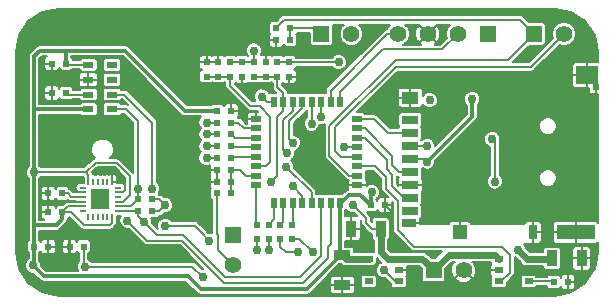
<source format=gbl>
G04 (created by PCBNEW (2013-mar-13)-testing) date Mon 25 May 2015 11:56:23 PM EDT*
%MOIN*%
G04 Gerber Fmt 3.4, Leading zero omitted, Abs format*
%FSLAX34Y34*%
G01*
G70*
G90*
G04 APERTURE LIST*
%ADD10C,0.005906*%
%ADD11R,0.037402X0.021654*%
%ADD12R,0.035000X0.055000*%
%ADD13R,0.055000X0.035000*%
%ADD14R,0.030000X0.020000*%
%ADD15R,0.055000X0.055000*%
%ADD16C,0.055000*%
%ADD17R,0.055118X0.027559*%
%ADD18R,0.055118X0.039370*%
%ADD19R,0.047244X0.027559*%
%ADD20R,0.047244X0.047244*%
%ADD21R,0.031496X0.047244*%
%ADD22R,0.125984X0.047244*%
%ADD23R,0.074803X0.059055*%
%ADD24R,0.019685X0.019685*%
%ADD25R,0.021654X0.023622*%
%ADD26R,0.023622X0.021654*%
%ADD27R,0.021260X0.033465*%
%ADD28R,0.033465X0.021260*%
%ADD29O,0.007874X0.023622*%
%ADD30O,0.023622X0.007874*%
%ADD31R,0.060630X0.066929*%
%ADD32C,0.030000*%
%ADD33C,0.024000*%
%ADD34C,0.008000*%
%ADD35C,0.006000*%
%ADD36C,0.012000*%
%ADD37C,0.007992*%
G04 APERTURE END LIST*
G54D10*
G54D11*
X30905Y-45816D03*
X30905Y-45324D03*
X30905Y-46309D03*
X30905Y-46801D03*
X30118Y-46801D03*
X30118Y-46309D03*
X30118Y-45816D03*
X30118Y-45324D03*
G54D12*
X39862Y-50787D03*
X38877Y-50787D03*
G54D13*
X38582Y-51673D03*
X38582Y-52657D03*
G54D12*
X45570Y-51771D03*
X46555Y-51771D03*
G54D14*
X43791Y-52540D03*
X43791Y-51790D03*
X44791Y-52540D03*
X43791Y-52165D03*
X44791Y-51790D03*
X40460Y-51790D03*
X40460Y-52540D03*
X39460Y-51790D03*
X40460Y-52165D03*
X39460Y-52540D03*
G54D15*
X44972Y-44291D03*
G54D16*
X45972Y-44291D03*
G54D17*
X40846Y-47165D03*
X40846Y-47598D03*
X40846Y-48031D03*
X40846Y-48464D03*
X40846Y-48897D03*
X40846Y-49330D03*
X40846Y-49763D03*
X40846Y-50196D03*
G54D18*
X40846Y-46417D03*
G54D19*
X40807Y-50590D03*
G54D20*
X42500Y-50905D03*
G54D21*
X44940Y-50905D03*
G54D22*
X46358Y-50905D03*
G54D23*
X46751Y-45669D03*
G54D24*
X47027Y-46062D03*
G54D15*
X41625Y-52165D03*
G54D16*
X42625Y-52165D03*
G54D25*
X29370Y-45275D03*
X28897Y-45275D03*
X29370Y-46259D03*
X28897Y-46259D03*
X29251Y-49606D03*
X28779Y-49606D03*
X29251Y-50236D03*
X28779Y-50236D03*
X34881Y-49212D03*
X34409Y-49212D03*
X39527Y-50000D03*
X40000Y-50000D03*
X34409Y-46850D03*
X34881Y-46850D03*
X29960Y-51377D03*
X29488Y-51377D03*
X28307Y-51377D03*
X28779Y-51377D03*
G54D26*
X36023Y-45708D03*
X36023Y-45236D03*
X34055Y-45708D03*
X34055Y-45236D03*
G54D15*
X37885Y-44291D03*
G54D16*
X38885Y-44291D03*
G54D15*
X43429Y-44291D03*
G54D16*
X42429Y-44291D03*
X41429Y-44291D03*
X40429Y-44291D03*
G54D15*
X34940Y-50976D03*
G54D16*
X34940Y-51976D03*
G54D25*
X32244Y-49803D03*
X31771Y-49803D03*
X32244Y-50196D03*
X31771Y-50196D03*
X34409Y-49606D03*
X34881Y-49606D03*
X36850Y-44094D03*
X36377Y-44094D03*
X34409Y-48818D03*
X34881Y-48818D03*
X36850Y-44488D03*
X36377Y-44488D03*
G54D26*
X35236Y-45236D03*
X35236Y-45708D03*
X36909Y-50649D03*
X36909Y-51122D03*
X36515Y-50649D03*
X36515Y-51122D03*
X36417Y-45236D03*
X36417Y-45708D03*
X35629Y-45236D03*
X35629Y-45708D03*
X36122Y-50649D03*
X36122Y-51122D03*
X35728Y-50649D03*
X35728Y-51122D03*
X34842Y-45236D03*
X34842Y-45708D03*
X34448Y-45236D03*
X34448Y-45708D03*
G54D25*
X34881Y-48425D03*
X34409Y-48425D03*
X34881Y-48031D03*
X34409Y-48031D03*
X45629Y-52559D03*
X46102Y-52559D03*
X34881Y-47637D03*
X34409Y-47637D03*
X34881Y-47244D03*
X34409Y-47244D03*
G54D27*
X36299Y-49911D03*
X36614Y-49911D03*
X36929Y-49911D03*
X37244Y-49911D03*
X37559Y-49911D03*
X37874Y-49911D03*
X38188Y-49911D03*
X38503Y-49911D03*
X38503Y-49911D03*
X38188Y-49911D03*
X37874Y-49911D03*
X37559Y-49911D03*
X37244Y-49911D03*
X36929Y-49911D03*
X36614Y-49911D03*
X36299Y-49911D03*
X36299Y-49911D03*
X36614Y-49911D03*
X36929Y-49911D03*
X37244Y-49911D03*
X37559Y-49911D03*
X37874Y-49911D03*
X38188Y-49911D03*
X38503Y-49911D03*
X38503Y-49911D03*
X38188Y-49911D03*
X37874Y-49911D03*
X37559Y-49911D03*
X37244Y-49911D03*
X36929Y-49911D03*
X36614Y-49911D03*
X36299Y-49911D03*
G54D28*
X35718Y-49330D03*
X35718Y-49015D03*
X35718Y-48700D03*
X35718Y-48385D03*
X35718Y-48070D03*
X35718Y-47755D03*
X35718Y-47440D03*
X35718Y-47125D03*
G54D27*
X36299Y-46545D03*
X36614Y-46545D03*
X36929Y-46545D03*
X37244Y-46545D03*
X37559Y-46545D03*
X37874Y-46545D03*
X38188Y-46545D03*
X38503Y-46545D03*
G54D28*
X39084Y-47125D03*
X39084Y-47440D03*
X39084Y-47755D03*
X39084Y-48070D03*
X39084Y-48385D03*
X39084Y-48700D03*
X39084Y-49015D03*
X39084Y-49330D03*
G54D29*
X30905Y-49212D03*
X30748Y-49212D03*
X30590Y-49212D03*
X30433Y-49212D03*
X30275Y-49212D03*
X30118Y-49212D03*
G54D30*
X31102Y-49409D03*
X31102Y-49566D03*
X31102Y-49724D03*
X31102Y-49881D03*
X31102Y-50039D03*
X31102Y-50196D03*
X29921Y-49409D03*
X29921Y-49566D03*
X29921Y-49724D03*
X29921Y-49881D03*
X29921Y-50039D03*
X29921Y-50196D03*
G54D29*
X30905Y-50393D03*
X30748Y-50393D03*
X30590Y-50393D03*
X30433Y-50393D03*
X30275Y-50393D03*
X30118Y-50393D03*
G54D31*
X30511Y-49803D03*
G54D26*
X36811Y-45708D03*
X36811Y-45236D03*
G54D32*
X41496Y-46496D03*
X44448Y-51496D03*
X43661Y-49212D03*
X38464Y-45236D03*
X43582Y-47795D03*
X33937Y-52401D03*
X30000Y-52047D03*
X38937Y-50000D03*
X36732Y-48267D03*
X36929Y-47913D03*
X36220Y-49212D03*
X39960Y-52165D03*
X32677Y-50688D03*
X36712Y-48720D03*
X34153Y-51181D03*
X31417Y-50511D03*
X31771Y-49448D03*
X32244Y-49448D03*
X31968Y-50551D03*
X41417Y-48031D03*
X38622Y-48070D03*
X37559Y-47283D03*
X37874Y-47047D03*
X42480Y-49645D03*
X29448Y-52047D03*
X29448Y-52716D03*
X34566Y-44566D03*
X33070Y-48188D03*
X45866Y-45748D03*
X28858Y-45787D03*
X37834Y-49330D03*
X37677Y-48385D03*
X35472Y-46220D03*
X39330Y-51299D03*
X40393Y-51299D03*
X29606Y-49251D03*
X30905Y-48858D03*
X34055Y-48031D03*
X34055Y-48425D03*
X34055Y-47637D03*
X34055Y-47244D03*
X37598Y-51574D03*
X37106Y-51574D03*
X36122Y-51476D03*
X35728Y-51476D03*
X35629Y-44842D03*
X42913Y-46456D03*
X41417Y-48543D03*
X39566Y-49566D03*
X35905Y-46377D03*
X36929Y-49370D03*
X32677Y-50000D03*
X28307Y-48897D03*
X28267Y-52007D03*
G54D33*
X44791Y-51790D02*
X44743Y-51790D01*
X44743Y-51790D02*
X44448Y-51496D01*
G54D34*
X36811Y-45236D02*
X38464Y-45236D01*
X43582Y-47795D02*
X43661Y-47874D01*
X43661Y-47874D02*
X43661Y-49212D01*
X36417Y-45236D02*
X36811Y-45236D01*
G54D33*
X44791Y-51790D02*
X45552Y-51790D01*
X45552Y-51790D02*
X45570Y-51771D01*
G54D34*
X33582Y-52047D02*
X30000Y-52047D01*
X33937Y-52401D02*
X33582Y-52047D01*
X29960Y-52007D02*
X30000Y-52047D01*
X29960Y-51377D02*
X29960Y-52007D01*
G54D33*
X39862Y-50787D02*
X39862Y-51555D01*
X40097Y-51790D02*
X40460Y-51790D01*
X39862Y-51555D02*
X40097Y-51790D01*
G54D34*
X39566Y-50787D02*
X39862Y-50787D01*
X39370Y-50590D02*
X39566Y-50787D01*
X39370Y-50433D02*
X39370Y-50590D01*
X38937Y-50000D02*
X39370Y-50433D01*
X34409Y-49606D02*
X34409Y-50944D01*
X34409Y-50944D02*
X34448Y-50984D01*
X34448Y-50984D02*
X34448Y-51484D01*
X34448Y-51484D02*
X34940Y-51976D01*
G54D33*
X40460Y-51790D02*
X41250Y-51790D01*
X41250Y-51790D02*
X41625Y-52165D01*
X43791Y-51790D02*
X43654Y-51653D01*
X43654Y-51653D02*
X42137Y-51653D01*
X42137Y-51653D02*
X41625Y-52165D01*
G54D34*
X34881Y-48818D02*
X35157Y-48818D01*
X35354Y-49015D02*
X35718Y-49015D01*
X35157Y-48818D02*
X35354Y-49015D01*
X34881Y-49212D02*
X34881Y-49606D01*
X34881Y-48818D02*
X34881Y-49212D01*
X34842Y-45708D02*
X34842Y-46023D01*
X36023Y-48700D02*
X35718Y-48700D01*
X36181Y-48543D02*
X36023Y-48700D01*
X36181Y-47047D02*
X36181Y-48543D01*
X35826Y-46692D02*
X36181Y-47047D01*
X35511Y-46692D02*
X35826Y-46692D01*
X34842Y-46023D02*
X35511Y-46692D01*
X34448Y-45708D02*
X34842Y-45708D01*
X34055Y-45708D02*
X34448Y-45708D01*
X39084Y-48700D02*
X39685Y-48700D01*
X43876Y-52540D02*
X43791Y-52540D01*
X44173Y-52244D02*
X43876Y-52540D01*
X44173Y-51653D02*
X44173Y-52244D01*
X43897Y-51377D02*
X44173Y-51653D01*
X40984Y-51377D02*
X43897Y-51377D01*
X40433Y-50826D02*
X40984Y-51377D01*
X40433Y-49842D02*
X40433Y-50826D01*
X40039Y-49448D02*
X40433Y-49842D01*
X40039Y-49055D02*
X40039Y-49448D01*
X39685Y-48700D02*
X40039Y-49055D01*
X36929Y-46545D02*
X36929Y-46850D01*
X36614Y-48149D02*
X36732Y-48267D01*
X36614Y-47165D02*
X36614Y-48149D01*
X36929Y-46850D02*
X36614Y-47165D01*
X37244Y-46545D02*
X37244Y-46771D01*
X36811Y-47795D02*
X36929Y-47913D01*
X36811Y-47204D02*
X36811Y-47795D01*
X37244Y-46771D02*
X36811Y-47204D01*
X36929Y-49911D02*
X36929Y-50629D01*
X36929Y-50629D02*
X36909Y-50649D01*
X36614Y-49911D02*
X36614Y-50551D01*
X36614Y-50551D02*
X36515Y-50649D01*
X36299Y-49911D02*
X36299Y-50472D01*
X36299Y-50472D02*
X36122Y-50649D01*
X35718Y-49330D02*
X35718Y-50639D01*
X35718Y-50639D02*
X35728Y-50649D01*
X34881Y-48425D02*
X34921Y-48385D01*
X34921Y-48385D02*
X35718Y-48385D01*
X35718Y-48070D02*
X34921Y-48070D01*
X34921Y-48070D02*
X34881Y-48031D01*
X35718Y-47755D02*
X35000Y-47755D01*
X35000Y-47755D02*
X34881Y-47637D01*
X34881Y-47244D02*
X35118Y-47244D01*
X35314Y-47440D02*
X35718Y-47440D01*
X35118Y-47244D02*
X35314Y-47440D01*
X36614Y-46545D02*
X36614Y-46850D01*
X36417Y-47047D02*
X36614Y-46850D01*
X36417Y-49015D02*
X36417Y-47047D01*
X36220Y-49212D02*
X36417Y-49015D01*
X40335Y-52540D02*
X40460Y-52540D01*
X39960Y-52165D02*
X40335Y-52540D01*
X36614Y-46545D02*
X36614Y-46259D01*
X36614Y-46259D02*
X36417Y-46062D01*
X36417Y-46062D02*
X36417Y-45708D01*
X36023Y-45708D02*
X36417Y-45708D01*
X35629Y-45708D02*
X36023Y-45708D01*
X33661Y-50688D02*
X32677Y-50688D01*
X37559Y-49566D02*
X36712Y-48720D01*
X37559Y-49911D02*
X37559Y-49566D01*
X34153Y-51181D02*
X33858Y-50885D01*
X33858Y-50885D02*
X33661Y-50688D01*
X31417Y-50511D02*
X32086Y-51181D01*
X38188Y-51279D02*
X38188Y-49911D01*
X38090Y-51771D02*
X37280Y-52581D01*
X38090Y-51377D02*
X38090Y-51771D01*
X38188Y-51279D02*
X38090Y-51377D01*
X34628Y-52581D02*
X37280Y-52581D01*
X33228Y-51181D02*
X34628Y-52581D01*
X32086Y-51181D02*
X33228Y-51181D01*
X31771Y-49448D02*
X31771Y-47204D01*
X31368Y-46801D02*
X30905Y-46801D01*
X31771Y-47204D02*
X31368Y-46801D01*
X31771Y-49448D02*
X31771Y-49803D01*
G54D35*
X31102Y-50039D02*
X31535Y-50039D01*
X31535Y-50039D02*
X31771Y-49803D01*
G54D34*
X37185Y-52381D02*
X34665Y-52381D01*
X37874Y-51692D02*
X37185Y-52381D01*
X37874Y-49911D02*
X37874Y-51692D01*
X32401Y-50984D02*
X31968Y-50551D01*
X33267Y-50984D02*
X32401Y-50984D01*
X34665Y-52381D02*
X33267Y-50984D01*
X31771Y-50196D02*
X31771Y-50354D01*
X31309Y-46309D02*
X30905Y-46309D01*
X32244Y-47244D02*
X31309Y-46309D01*
X32244Y-49448D02*
X32244Y-47244D01*
X31771Y-50354D02*
X31968Y-50551D01*
G54D35*
X31102Y-50196D02*
X31771Y-50196D01*
G54D34*
X39084Y-47125D02*
X39645Y-47125D01*
X40118Y-47598D02*
X40846Y-47598D01*
X39645Y-47125D02*
X40118Y-47598D01*
X40846Y-49763D02*
X40629Y-49763D01*
X39330Y-47755D02*
X39084Y-47755D01*
X40059Y-48484D02*
X39330Y-47755D01*
X40059Y-48799D02*
X40059Y-48484D01*
X40236Y-48976D02*
X40059Y-48799D01*
X40236Y-49370D02*
X40236Y-48976D01*
X40629Y-49763D02*
X40236Y-49370D01*
X39084Y-48070D02*
X38622Y-48070D01*
X41417Y-48031D02*
X40846Y-48031D01*
X39084Y-47440D02*
X39330Y-47440D01*
X40472Y-48897D02*
X40846Y-48897D01*
X40236Y-48661D02*
X40472Y-48897D01*
X40236Y-48346D02*
X40236Y-48661D01*
X39330Y-47440D02*
X40236Y-48346D01*
X38503Y-46545D02*
X38503Y-46220D01*
X41917Y-44803D02*
X42429Y-44291D01*
X39921Y-44803D02*
X41917Y-44803D01*
X38503Y-46220D02*
X39921Y-44803D01*
X40429Y-44291D02*
X40078Y-44291D01*
X38188Y-46181D02*
X38188Y-46545D01*
X40078Y-44291D02*
X38188Y-46181D01*
X37559Y-47283D02*
X37559Y-46545D01*
X37874Y-47047D02*
X37874Y-46545D01*
X42500Y-49665D02*
X42500Y-50905D01*
X42500Y-49665D02*
X42480Y-49645D01*
X34448Y-45236D02*
X34448Y-44685D01*
X34448Y-44685D02*
X34566Y-44566D01*
X34409Y-48818D02*
X33700Y-48818D01*
X33700Y-48818D02*
X33070Y-48188D01*
X47027Y-46062D02*
X47027Y-45944D01*
X47027Y-45944D02*
X46751Y-45669D01*
X46751Y-45669D02*
X45944Y-45669D01*
X45944Y-45669D02*
X45866Y-45748D01*
G54D35*
X29921Y-49881D02*
X28858Y-49881D01*
X28779Y-49803D02*
X28779Y-49606D01*
X28858Y-49881D02*
X28779Y-49803D01*
G54D34*
X37834Y-49330D02*
X37834Y-48543D01*
X39084Y-49330D02*
X37834Y-49330D01*
X37834Y-48543D02*
X37677Y-48385D01*
X35236Y-45708D02*
X35236Y-45984D01*
X35236Y-45984D02*
X35472Y-46220D01*
X38877Y-50787D02*
X38877Y-51279D01*
X38897Y-51299D02*
X39330Y-51299D01*
X38877Y-51279D02*
X38897Y-51299D01*
X40000Y-50000D02*
X40196Y-50196D01*
X40196Y-51102D02*
X40393Y-51299D01*
X40196Y-50196D02*
X40196Y-51102D01*
G54D35*
X29921Y-49566D02*
X29763Y-49566D01*
X29606Y-49409D02*
X29606Y-49251D01*
X29763Y-49566D02*
X29606Y-49409D01*
X30905Y-49212D02*
X30905Y-48858D01*
X31102Y-49566D02*
X31259Y-49566D01*
X31220Y-49212D02*
X30905Y-49212D01*
X31338Y-49330D02*
X31220Y-49212D01*
X31338Y-49488D02*
X31338Y-49330D01*
X31259Y-49566D02*
X31338Y-49488D01*
X29251Y-49606D02*
X29429Y-49606D01*
X29547Y-49724D02*
X29429Y-49606D01*
X29547Y-49724D02*
X29921Y-49724D01*
G54D34*
X34409Y-48031D02*
X34055Y-48031D01*
X34409Y-48425D02*
X34055Y-48425D01*
X34055Y-47637D02*
X34409Y-47637D01*
X34409Y-47244D02*
X34055Y-47244D01*
X36909Y-51122D02*
X37145Y-51122D01*
X37145Y-51122D02*
X37598Y-51574D01*
X36515Y-51377D02*
X36515Y-51122D01*
X36712Y-51574D02*
X36515Y-51377D01*
X37106Y-51574D02*
X36712Y-51574D01*
X36122Y-51476D02*
X36122Y-51122D01*
X35728Y-51476D02*
X35728Y-51122D01*
X39084Y-48385D02*
X38543Y-48385D01*
X44870Y-45393D02*
X45972Y-44291D01*
X40354Y-45393D02*
X44870Y-45393D01*
X38346Y-47401D02*
X40354Y-45393D01*
X38346Y-48188D02*
X38346Y-47401D01*
X38543Y-48385D02*
X38346Y-48188D01*
X44791Y-52540D02*
X45611Y-52540D01*
X45611Y-52540D02*
X45629Y-52559D01*
X29370Y-46259D02*
X29419Y-46309D01*
X29419Y-46309D02*
X30118Y-46309D01*
X36377Y-44094D02*
X36653Y-43818D01*
X44500Y-43818D02*
X44972Y-44291D01*
X36653Y-43818D02*
X44500Y-43818D01*
X44972Y-44291D02*
X44106Y-45157D01*
X38818Y-49015D02*
X39084Y-49015D01*
X38149Y-48346D02*
X38818Y-49015D01*
X38149Y-47362D02*
X38149Y-48346D01*
X40354Y-45157D02*
X38149Y-47362D01*
X44106Y-45157D02*
X40354Y-45157D01*
X36850Y-44094D02*
X37688Y-44094D01*
X37688Y-44094D02*
X37885Y-44291D01*
X36850Y-44094D02*
X36850Y-44488D01*
X35629Y-44842D02*
X35629Y-45236D01*
X35236Y-45236D02*
X35629Y-45236D01*
X34842Y-45236D02*
X35236Y-45236D01*
G54D36*
X29370Y-45275D02*
X29370Y-44842D01*
X29370Y-44842D02*
X29370Y-44881D01*
X29370Y-44881D02*
X29370Y-44842D01*
X33346Y-46850D02*
X31338Y-44842D01*
X31338Y-44842D02*
X29370Y-44842D01*
X33346Y-46850D02*
X34409Y-46850D01*
X28307Y-45039D02*
X28503Y-44842D01*
X29370Y-44842D02*
X28503Y-44842D01*
X28307Y-46811D02*
X28307Y-45039D01*
X28307Y-50669D02*
X29055Y-50669D01*
X29251Y-50472D02*
X29251Y-50236D01*
X29055Y-50669D02*
X29251Y-50472D01*
G54D35*
X29251Y-50236D02*
X29527Y-50236D01*
X29527Y-50236D02*
X29960Y-50669D01*
X29960Y-50669D02*
X30826Y-50669D01*
X30826Y-50669D02*
X30905Y-50590D01*
X30905Y-50590D02*
X30905Y-50393D01*
X29921Y-50039D02*
X29448Y-50039D01*
X29448Y-50039D02*
X29251Y-50236D01*
G54D36*
X42913Y-47047D02*
X41417Y-48543D01*
X42913Y-46456D02*
X42913Y-47047D01*
G54D34*
X41338Y-48464D02*
X41417Y-48543D01*
X41338Y-48464D02*
X40846Y-48464D01*
G54D36*
X39527Y-50000D02*
X39527Y-49606D01*
X39527Y-49606D02*
X39566Y-49566D01*
G54D34*
X36299Y-46545D02*
X36072Y-46545D01*
X36072Y-46545D02*
X35905Y-46377D01*
X37244Y-49911D02*
X37244Y-49685D01*
X37244Y-49685D02*
X36929Y-49370D01*
X32244Y-50196D02*
X32480Y-50196D01*
X32480Y-50196D02*
X32677Y-50000D01*
X32244Y-49803D02*
X32480Y-49803D01*
X32480Y-49803D02*
X32677Y-50000D01*
G54D35*
X31102Y-49881D02*
X31259Y-49881D01*
X30354Y-48582D02*
X30039Y-48897D01*
X31062Y-48582D02*
X30354Y-48582D01*
X31496Y-49015D02*
X31062Y-48582D01*
X31496Y-49645D02*
X31496Y-49015D01*
X31259Y-49881D02*
X31496Y-49645D01*
X30118Y-49212D02*
X30118Y-48976D01*
G54D34*
X30039Y-48897D02*
X28307Y-48897D01*
G54D35*
X30118Y-48976D02*
X30039Y-48897D01*
G54D36*
X28307Y-51377D02*
X28307Y-51968D01*
X28307Y-51968D02*
X28267Y-52007D01*
X28307Y-50354D02*
X28307Y-50669D01*
X28307Y-50354D02*
X28307Y-48897D01*
X28307Y-50669D02*
X28307Y-51377D01*
X38582Y-51673D02*
X38523Y-51673D01*
X28622Y-52362D02*
X28267Y-52007D01*
X33425Y-52362D02*
X28622Y-52362D01*
X33858Y-52795D02*
X33425Y-52362D01*
X37401Y-52795D02*
X33858Y-52795D01*
X38523Y-51673D02*
X37401Y-52795D01*
G54D35*
X30118Y-45324D02*
X29419Y-45324D01*
X29419Y-45324D02*
X29370Y-45275D01*
G54D36*
X30118Y-46801D02*
X28307Y-46801D01*
X28307Y-46801D02*
X28307Y-46811D01*
X28307Y-48897D02*
X28307Y-46811D01*
X38503Y-49911D02*
X38503Y-51594D01*
X38503Y-51594D02*
X38582Y-51673D01*
X38503Y-49911D02*
X38553Y-49911D01*
X39173Y-49645D02*
X39527Y-50000D01*
X38818Y-49645D02*
X39173Y-49645D01*
X38553Y-49911D02*
X38818Y-49645D01*
G54D33*
X38582Y-51673D02*
X38699Y-51790D01*
X38699Y-51790D02*
X39460Y-51790D01*
G54D10*
G36*
X29968Y-49082D02*
X29958Y-49129D01*
X29958Y-49250D01*
X29837Y-49250D01*
X29776Y-49262D01*
X29725Y-49296D01*
X29690Y-49348D01*
X29678Y-49409D01*
X29690Y-49470D01*
X29693Y-49474D01*
X29676Y-49498D01*
X29665Y-49538D01*
X29698Y-49566D01*
X29827Y-49566D01*
X29828Y-49566D01*
X29827Y-49567D01*
X29698Y-49567D01*
X29689Y-49574D01*
X29609Y-49574D01*
X29535Y-49500D01*
X29486Y-49467D01*
X29480Y-49466D01*
X29480Y-49464D01*
X29461Y-49420D01*
X29428Y-49386D01*
X29384Y-49368D01*
X29336Y-49368D01*
X29119Y-49368D01*
X29075Y-49386D01*
X29042Y-49420D01*
X29026Y-49457D01*
X29006Y-49408D01*
X28967Y-49369D01*
X28915Y-49348D01*
X28814Y-49348D01*
X28779Y-49383D01*
X28779Y-49606D01*
X28787Y-49606D01*
X28787Y-49606D01*
X28779Y-49606D01*
X28779Y-49829D01*
X28814Y-49864D01*
X28915Y-49864D01*
X28967Y-49843D01*
X29006Y-49803D01*
X29026Y-49755D01*
X29042Y-49792D01*
X29075Y-49826D01*
X29119Y-49844D01*
X29167Y-49844D01*
X29384Y-49844D01*
X29428Y-49826D01*
X29432Y-49821D01*
X29441Y-49830D01*
X29489Y-49862D01*
X29547Y-49874D01*
X29689Y-49874D01*
X29698Y-49881D01*
X29827Y-49881D01*
X29828Y-49881D01*
X29827Y-49882D01*
X29698Y-49882D01*
X29689Y-49889D01*
X29448Y-49889D01*
X29391Y-49900D01*
X29342Y-49933D01*
X29277Y-49998D01*
X29119Y-49998D01*
X29075Y-50016D01*
X29042Y-50050D01*
X29026Y-50087D01*
X29006Y-50038D01*
X28967Y-49999D01*
X28915Y-49978D01*
X28814Y-49978D01*
X28779Y-50013D01*
X28779Y-50236D01*
X28787Y-50236D01*
X28787Y-50236D01*
X28779Y-50236D01*
X28779Y-50244D01*
X28779Y-50244D01*
X28779Y-50236D01*
X28779Y-50236D01*
X28779Y-50013D01*
X28779Y-49829D01*
X28779Y-49606D01*
X28779Y-49606D01*
X28779Y-49383D01*
X28744Y-49348D01*
X28643Y-49348D01*
X28591Y-49369D01*
X28552Y-49408D01*
X28531Y-49460D01*
X28531Y-49516D01*
X28531Y-49571D01*
X28566Y-49606D01*
X28779Y-49606D01*
X28779Y-49606D01*
X28566Y-49606D01*
X28531Y-49641D01*
X28531Y-49696D01*
X28531Y-49752D01*
X28552Y-49803D01*
X28591Y-49843D01*
X28643Y-49864D01*
X28744Y-49864D01*
X28779Y-49829D01*
X28779Y-50013D01*
X28744Y-49978D01*
X28643Y-49978D01*
X28591Y-49999D01*
X28552Y-50038D01*
X28531Y-50090D01*
X28531Y-50145D01*
X28531Y-50201D01*
X28566Y-50236D01*
X28779Y-50236D01*
X28779Y-50236D01*
X28566Y-50236D01*
X28531Y-50271D01*
X28531Y-50326D01*
X28531Y-50382D01*
X28552Y-50433D01*
X28591Y-50472D01*
X28631Y-50489D01*
X28487Y-50489D01*
X28487Y-50354D01*
X28487Y-49099D01*
X28528Y-49057D01*
X29968Y-49057D01*
X29968Y-49082D01*
X29968Y-49082D01*
G37*
G54D37*
X29968Y-49082D02*
X29958Y-49129D01*
X29958Y-49250D01*
X29837Y-49250D01*
X29776Y-49262D01*
X29725Y-49296D01*
X29690Y-49348D01*
X29678Y-49409D01*
X29690Y-49470D01*
X29693Y-49474D01*
X29676Y-49498D01*
X29665Y-49538D01*
X29698Y-49566D01*
X29827Y-49566D01*
X29828Y-49566D01*
X29827Y-49567D01*
X29698Y-49567D01*
X29689Y-49574D01*
X29609Y-49574D01*
X29535Y-49500D01*
X29486Y-49467D01*
X29480Y-49466D01*
X29480Y-49464D01*
X29461Y-49420D01*
X29428Y-49386D01*
X29384Y-49368D01*
X29336Y-49368D01*
X29119Y-49368D01*
X29075Y-49386D01*
X29042Y-49420D01*
X29026Y-49457D01*
X29006Y-49408D01*
X28967Y-49369D01*
X28915Y-49348D01*
X28814Y-49348D01*
X28779Y-49383D01*
X28779Y-49606D01*
X28787Y-49606D01*
X28787Y-49606D01*
X28779Y-49606D01*
X28779Y-49829D01*
X28814Y-49864D01*
X28915Y-49864D01*
X28967Y-49843D01*
X29006Y-49803D01*
X29026Y-49755D01*
X29042Y-49792D01*
X29075Y-49826D01*
X29119Y-49844D01*
X29167Y-49844D01*
X29384Y-49844D01*
X29428Y-49826D01*
X29432Y-49821D01*
X29441Y-49830D01*
X29489Y-49862D01*
X29547Y-49874D01*
X29689Y-49874D01*
X29698Y-49881D01*
X29827Y-49881D01*
X29828Y-49881D01*
X29827Y-49882D01*
X29698Y-49882D01*
X29689Y-49889D01*
X29448Y-49889D01*
X29391Y-49900D01*
X29342Y-49933D01*
X29277Y-49998D01*
X29119Y-49998D01*
X29075Y-50016D01*
X29042Y-50050D01*
X29026Y-50087D01*
X29006Y-50038D01*
X28967Y-49999D01*
X28915Y-49978D01*
X28814Y-49978D01*
X28779Y-50013D01*
X28779Y-50236D01*
X28787Y-50236D01*
X28787Y-50236D01*
X28779Y-50236D01*
X28779Y-50244D01*
X28779Y-50244D01*
X28779Y-50236D01*
X28779Y-50236D01*
X28779Y-50013D01*
X28779Y-49829D01*
X28779Y-49606D01*
X28779Y-49606D01*
X28779Y-49383D01*
X28744Y-49348D01*
X28643Y-49348D01*
X28591Y-49369D01*
X28552Y-49408D01*
X28531Y-49460D01*
X28531Y-49516D01*
X28531Y-49571D01*
X28566Y-49606D01*
X28779Y-49606D01*
X28779Y-49606D01*
X28566Y-49606D01*
X28531Y-49641D01*
X28531Y-49696D01*
X28531Y-49752D01*
X28552Y-49803D01*
X28591Y-49843D01*
X28643Y-49864D01*
X28744Y-49864D01*
X28779Y-49829D01*
X28779Y-50013D01*
X28744Y-49978D01*
X28643Y-49978D01*
X28591Y-49999D01*
X28552Y-50038D01*
X28531Y-50090D01*
X28531Y-50145D01*
X28531Y-50201D01*
X28566Y-50236D01*
X28779Y-50236D01*
X28779Y-50236D01*
X28566Y-50236D01*
X28531Y-50271D01*
X28531Y-50326D01*
X28531Y-50382D01*
X28552Y-50433D01*
X28591Y-50472D01*
X28631Y-50489D01*
X28487Y-50489D01*
X28487Y-50354D01*
X28487Y-49099D01*
X28528Y-49057D01*
X29968Y-49057D01*
X29968Y-49082D01*
G54D10*
G36*
X31346Y-49497D02*
X31330Y-49474D01*
X31332Y-49470D01*
X31345Y-49409D01*
X31332Y-49348D01*
X31298Y-49296D01*
X31246Y-49262D01*
X31185Y-49250D01*
X31084Y-49250D01*
X31084Y-49212D01*
X30907Y-49212D01*
X30907Y-49212D01*
X31084Y-49212D01*
X31084Y-49133D01*
X31071Y-49065D01*
X31032Y-49006D01*
X30973Y-48968D01*
X30933Y-48956D01*
X30905Y-48989D01*
X30905Y-49120D01*
X30905Y-49118D01*
X30905Y-48989D01*
X30877Y-48956D01*
X30837Y-48968D01*
X30812Y-48984D01*
X30809Y-48981D01*
X30748Y-48969D01*
X30687Y-48981D01*
X30669Y-48993D01*
X30651Y-48981D01*
X30590Y-48969D01*
X30529Y-48981D01*
X30511Y-48993D01*
X30494Y-48981D01*
X30433Y-48969D01*
X30372Y-48981D01*
X30354Y-48993D01*
X30336Y-48981D01*
X30275Y-48969D01*
X30267Y-48971D01*
X30256Y-48918D01*
X30246Y-48903D01*
X30416Y-48732D01*
X31000Y-48732D01*
X31346Y-49077D01*
X31346Y-49497D01*
X31346Y-49497D01*
G37*
G54D37*
X31346Y-49497D02*
X31330Y-49474D01*
X31332Y-49470D01*
X31345Y-49409D01*
X31332Y-49348D01*
X31298Y-49296D01*
X31246Y-49262D01*
X31185Y-49250D01*
X31084Y-49250D01*
X31084Y-49212D01*
X30907Y-49212D01*
X30907Y-49212D01*
X31084Y-49212D01*
X31084Y-49133D01*
X31071Y-49065D01*
X31032Y-49006D01*
X30973Y-48968D01*
X30933Y-48956D01*
X30905Y-48989D01*
X30905Y-49120D01*
X30905Y-49118D01*
X30905Y-48989D01*
X30877Y-48956D01*
X30837Y-48968D01*
X30812Y-48984D01*
X30809Y-48981D01*
X30748Y-48969D01*
X30687Y-48981D01*
X30669Y-48993D01*
X30651Y-48981D01*
X30590Y-48969D01*
X30529Y-48981D01*
X30511Y-48993D01*
X30494Y-48981D01*
X30433Y-48969D01*
X30372Y-48981D01*
X30354Y-48993D01*
X30336Y-48981D01*
X30275Y-48969D01*
X30267Y-48971D01*
X30256Y-48918D01*
X30246Y-48903D01*
X30416Y-48732D01*
X31000Y-48732D01*
X31346Y-49077D01*
X31346Y-49497D01*
G54D10*
G36*
X33952Y-52131D02*
X33893Y-52131D01*
X33695Y-51934D01*
X33643Y-51899D01*
X33582Y-51887D01*
X30221Y-51887D01*
X30153Y-51818D01*
X30120Y-51805D01*
X30120Y-51604D01*
X30136Y-51597D01*
X30170Y-51564D01*
X30188Y-51519D01*
X30188Y-51472D01*
X30188Y-51235D01*
X30170Y-51191D01*
X30136Y-51158D01*
X30092Y-51139D01*
X30045Y-51139D01*
X29828Y-51139D01*
X29784Y-51158D01*
X29750Y-51191D01*
X29735Y-51229D01*
X29715Y-51180D01*
X29675Y-51141D01*
X29624Y-51119D01*
X29523Y-51119D01*
X29488Y-51154D01*
X29488Y-51377D01*
X29496Y-51377D01*
X29496Y-51378D01*
X29488Y-51378D01*
X29488Y-51601D01*
X29523Y-51636D01*
X29624Y-51636D01*
X29675Y-51614D01*
X29715Y-51575D01*
X29735Y-51526D01*
X29750Y-51564D01*
X29784Y-51597D01*
X29800Y-51604D01*
X29800Y-51864D01*
X29771Y-51894D01*
X29730Y-51993D01*
X29729Y-52100D01*
X29763Y-52182D01*
X29487Y-52182D01*
X29487Y-51601D01*
X29487Y-51378D01*
X29487Y-51377D01*
X29487Y-51154D01*
X29453Y-51119D01*
X29352Y-51119D01*
X29300Y-51141D01*
X29261Y-51180D01*
X29239Y-51232D01*
X29239Y-51287D01*
X29239Y-51342D01*
X29274Y-51377D01*
X29487Y-51377D01*
X29487Y-51378D01*
X29274Y-51378D01*
X29239Y-51413D01*
X29239Y-51468D01*
X29239Y-51523D01*
X29261Y-51575D01*
X29300Y-51614D01*
X29352Y-51636D01*
X29453Y-51636D01*
X29487Y-51601D01*
X29487Y-52182D01*
X29027Y-52182D01*
X29027Y-51523D01*
X29027Y-51468D01*
X29027Y-51413D01*
X29027Y-51342D01*
X29027Y-51287D01*
X29027Y-51232D01*
X29006Y-51180D01*
X28967Y-51141D01*
X28915Y-51119D01*
X28814Y-51119D01*
X28779Y-51154D01*
X28779Y-51377D01*
X28992Y-51377D01*
X29027Y-51342D01*
X29027Y-51413D01*
X28992Y-51378D01*
X28779Y-51378D01*
X28779Y-51601D01*
X28814Y-51636D01*
X28915Y-51636D01*
X28967Y-51614D01*
X29006Y-51575D01*
X29027Y-51523D01*
X29027Y-52182D01*
X28696Y-52182D01*
X28537Y-52023D01*
X28537Y-51954D01*
X28496Y-51855D01*
X28487Y-51845D01*
X28487Y-51594D01*
X28517Y-51564D01*
X28532Y-51526D01*
X28552Y-51575D01*
X28591Y-51614D01*
X28643Y-51636D01*
X28744Y-51636D01*
X28779Y-51601D01*
X28779Y-51378D01*
X28771Y-51378D01*
X28771Y-51377D01*
X28779Y-51377D01*
X28779Y-51154D01*
X28744Y-51119D01*
X28643Y-51119D01*
X28591Y-51141D01*
X28552Y-51180D01*
X28532Y-51229D01*
X28517Y-51191D01*
X28487Y-51161D01*
X28487Y-50849D01*
X29055Y-50849D01*
X29055Y-50849D01*
X29055Y-50849D01*
X29112Y-50837D01*
X29123Y-50835D01*
X29123Y-50835D01*
X29182Y-50796D01*
X29379Y-50599D01*
X29379Y-50599D01*
X29379Y-50599D01*
X29405Y-50560D01*
X29418Y-50541D01*
X29418Y-50541D01*
X29431Y-50472D01*
X29431Y-50472D01*
X29431Y-50472D01*
X29431Y-50452D01*
X29461Y-50422D01*
X29473Y-50394D01*
X29854Y-50775D01*
X29903Y-50807D01*
X29960Y-50819D01*
X30826Y-50819D01*
X30884Y-50807D01*
X30932Y-50775D01*
X31011Y-50696D01*
X31044Y-50647D01*
X31055Y-50590D01*
X31055Y-50524D01*
X31064Y-50477D01*
X31064Y-50356D01*
X31185Y-50356D01*
X31192Y-50354D01*
X31188Y-50358D01*
X31147Y-50457D01*
X31147Y-50565D01*
X31188Y-50664D01*
X31264Y-50740D01*
X31363Y-50781D01*
X31461Y-50781D01*
X31973Y-51294D01*
X31973Y-51294D01*
X32025Y-51328D01*
X32086Y-51341D01*
X33162Y-51341D01*
X33952Y-52131D01*
X33952Y-52131D01*
G37*
G54D37*
X33952Y-52131D02*
X33893Y-52131D01*
X33695Y-51934D01*
X33643Y-51899D01*
X33582Y-51887D01*
X30221Y-51887D01*
X30153Y-51818D01*
X30120Y-51805D01*
X30120Y-51604D01*
X30136Y-51597D01*
X30170Y-51564D01*
X30188Y-51519D01*
X30188Y-51472D01*
X30188Y-51235D01*
X30170Y-51191D01*
X30136Y-51158D01*
X30092Y-51139D01*
X30045Y-51139D01*
X29828Y-51139D01*
X29784Y-51158D01*
X29750Y-51191D01*
X29735Y-51229D01*
X29715Y-51180D01*
X29675Y-51141D01*
X29624Y-51119D01*
X29523Y-51119D01*
X29488Y-51154D01*
X29488Y-51377D01*
X29496Y-51377D01*
X29496Y-51378D01*
X29488Y-51378D01*
X29488Y-51601D01*
X29523Y-51636D01*
X29624Y-51636D01*
X29675Y-51614D01*
X29715Y-51575D01*
X29735Y-51526D01*
X29750Y-51564D01*
X29784Y-51597D01*
X29800Y-51604D01*
X29800Y-51864D01*
X29771Y-51894D01*
X29730Y-51993D01*
X29729Y-52100D01*
X29763Y-52182D01*
X29487Y-52182D01*
X29487Y-51601D01*
X29487Y-51378D01*
X29487Y-51377D01*
X29487Y-51154D01*
X29453Y-51119D01*
X29352Y-51119D01*
X29300Y-51141D01*
X29261Y-51180D01*
X29239Y-51232D01*
X29239Y-51287D01*
X29239Y-51342D01*
X29274Y-51377D01*
X29487Y-51377D01*
X29487Y-51378D01*
X29274Y-51378D01*
X29239Y-51413D01*
X29239Y-51468D01*
X29239Y-51523D01*
X29261Y-51575D01*
X29300Y-51614D01*
X29352Y-51636D01*
X29453Y-51636D01*
X29487Y-51601D01*
X29487Y-52182D01*
X29027Y-52182D01*
X29027Y-51523D01*
X29027Y-51468D01*
X29027Y-51413D01*
X29027Y-51342D01*
X29027Y-51287D01*
X29027Y-51232D01*
X29006Y-51180D01*
X28967Y-51141D01*
X28915Y-51119D01*
X28814Y-51119D01*
X28779Y-51154D01*
X28779Y-51377D01*
X28992Y-51377D01*
X29027Y-51342D01*
X29027Y-51413D01*
X28992Y-51378D01*
X28779Y-51378D01*
X28779Y-51601D01*
X28814Y-51636D01*
X28915Y-51636D01*
X28967Y-51614D01*
X29006Y-51575D01*
X29027Y-51523D01*
X29027Y-52182D01*
X28696Y-52182D01*
X28537Y-52023D01*
X28537Y-51954D01*
X28496Y-51855D01*
X28487Y-51845D01*
X28487Y-51594D01*
X28517Y-51564D01*
X28532Y-51526D01*
X28552Y-51575D01*
X28591Y-51614D01*
X28643Y-51636D01*
X28744Y-51636D01*
X28779Y-51601D01*
X28779Y-51378D01*
X28771Y-51378D01*
X28771Y-51377D01*
X28779Y-51377D01*
X28779Y-51154D01*
X28744Y-51119D01*
X28643Y-51119D01*
X28591Y-51141D01*
X28552Y-51180D01*
X28532Y-51229D01*
X28517Y-51191D01*
X28487Y-51161D01*
X28487Y-50849D01*
X29055Y-50849D01*
X29055Y-50849D01*
X29055Y-50849D01*
X29112Y-50837D01*
X29123Y-50835D01*
X29123Y-50835D01*
X29182Y-50796D01*
X29379Y-50599D01*
X29379Y-50599D01*
X29379Y-50599D01*
X29405Y-50560D01*
X29418Y-50541D01*
X29418Y-50541D01*
X29431Y-50472D01*
X29431Y-50472D01*
X29431Y-50472D01*
X29431Y-50452D01*
X29461Y-50422D01*
X29473Y-50394D01*
X29854Y-50775D01*
X29903Y-50807D01*
X29960Y-50819D01*
X30826Y-50819D01*
X30884Y-50807D01*
X30932Y-50775D01*
X31011Y-50696D01*
X31044Y-50647D01*
X31055Y-50590D01*
X31055Y-50524D01*
X31064Y-50477D01*
X31064Y-50356D01*
X31185Y-50356D01*
X31192Y-50354D01*
X31188Y-50358D01*
X31147Y-50457D01*
X31147Y-50565D01*
X31188Y-50664D01*
X31264Y-50740D01*
X31363Y-50781D01*
X31461Y-50781D01*
X31973Y-51294D01*
X31973Y-51294D01*
X32025Y-51328D01*
X32086Y-51341D01*
X33162Y-51341D01*
X33952Y-52131D01*
G54D10*
G36*
X34417Y-49212D02*
X34409Y-49212D01*
X34409Y-49220D01*
X34409Y-49220D01*
X34409Y-49212D01*
X34409Y-49212D01*
X34409Y-49041D01*
X34409Y-48989D01*
X34409Y-48819D01*
X34196Y-48819D01*
X34161Y-48854D01*
X34161Y-48909D01*
X34161Y-48964D01*
X34182Y-49015D01*
X34161Y-49066D01*
X34161Y-49122D01*
X34161Y-49177D01*
X34196Y-49212D01*
X34409Y-49212D01*
X34409Y-49212D01*
X34196Y-49212D01*
X34161Y-49247D01*
X34161Y-49302D01*
X34161Y-49358D01*
X34182Y-49409D01*
X34197Y-49424D01*
X34181Y-49464D01*
X34181Y-49512D01*
X34181Y-49748D01*
X34199Y-49792D01*
X34233Y-49826D01*
X34249Y-49832D01*
X34249Y-50928D01*
X34207Y-50911D01*
X34109Y-50911D01*
X33971Y-50772D01*
X33971Y-50772D01*
X33774Y-50575D01*
X33722Y-50541D01*
X33661Y-50529D01*
X32898Y-50529D01*
X32830Y-50460D01*
X32731Y-50419D01*
X32623Y-50418D01*
X32524Y-50459D01*
X32448Y-50535D01*
X32407Y-50635D01*
X32407Y-50742D01*
X32422Y-50778D01*
X32238Y-50594D01*
X32238Y-50497D01*
X32212Y-50434D01*
X32376Y-50434D01*
X32420Y-50416D01*
X32454Y-50382D01*
X32464Y-50356D01*
X32480Y-50356D01*
X32480Y-50356D01*
X32541Y-50344D01*
X32593Y-50309D01*
X32633Y-50269D01*
X32730Y-50270D01*
X32829Y-50228D01*
X32905Y-50153D01*
X32947Y-50053D01*
X32947Y-49946D01*
X32906Y-49847D01*
X32830Y-49771D01*
X32731Y-49730D01*
X32633Y-49730D01*
X32593Y-49690D01*
X32541Y-49655D01*
X32480Y-49643D01*
X32464Y-49643D01*
X32455Y-49619D01*
X32472Y-49601D01*
X32514Y-49502D01*
X32514Y-49395D01*
X32473Y-49296D01*
X32404Y-49226D01*
X32404Y-47244D01*
X32391Y-47182D01*
X32357Y-47130D01*
X32357Y-47130D01*
X31422Y-46195D01*
X31370Y-46161D01*
X31309Y-46149D01*
X31212Y-46149D01*
X31212Y-45949D01*
X31212Y-45901D01*
X31212Y-45684D01*
X31212Y-45456D01*
X31212Y-45409D01*
X31212Y-45192D01*
X31194Y-45148D01*
X31160Y-45114D01*
X31116Y-45096D01*
X31068Y-45096D01*
X30694Y-45096D01*
X30650Y-45114D01*
X30616Y-45148D01*
X30598Y-45192D01*
X30598Y-45240D01*
X30598Y-45456D01*
X30616Y-45501D01*
X30650Y-45534D01*
X30694Y-45553D01*
X30742Y-45553D01*
X31116Y-45553D01*
X31160Y-45534D01*
X31194Y-45501D01*
X31212Y-45456D01*
X31212Y-45684D01*
X31194Y-45640D01*
X31160Y-45606D01*
X31116Y-45588D01*
X31068Y-45588D01*
X30694Y-45588D01*
X30650Y-45606D01*
X30616Y-45640D01*
X30598Y-45684D01*
X30598Y-45732D01*
X30598Y-45949D01*
X30616Y-45993D01*
X30650Y-46026D01*
X30694Y-46045D01*
X30742Y-46045D01*
X31116Y-46045D01*
X31160Y-46026D01*
X31194Y-45993D01*
X31212Y-45949D01*
X31212Y-46149D01*
X31200Y-46149D01*
X31194Y-46132D01*
X31160Y-46099D01*
X31116Y-46080D01*
X31068Y-46080D01*
X30694Y-46080D01*
X30650Y-46099D01*
X30616Y-46132D01*
X30598Y-46176D01*
X30598Y-46224D01*
X30598Y-46441D01*
X30616Y-46485D01*
X30650Y-46519D01*
X30694Y-46537D01*
X30742Y-46537D01*
X31116Y-46537D01*
X31160Y-46519D01*
X31194Y-46485D01*
X31200Y-46469D01*
X31242Y-46469D01*
X31426Y-46652D01*
X31368Y-46641D01*
X31200Y-46641D01*
X31194Y-46624D01*
X31160Y-46591D01*
X31116Y-46572D01*
X31068Y-46572D01*
X30694Y-46572D01*
X30650Y-46591D01*
X30616Y-46624D01*
X30598Y-46669D01*
X30598Y-46716D01*
X30598Y-46933D01*
X30616Y-46977D01*
X30650Y-47011D01*
X30694Y-47029D01*
X30742Y-47029D01*
X31116Y-47029D01*
X31160Y-47011D01*
X31194Y-46977D01*
X31200Y-46961D01*
X31301Y-46961D01*
X31611Y-47270D01*
X31611Y-48924D01*
X31602Y-48909D01*
X31169Y-48476D01*
X31120Y-48444D01*
X31062Y-48432D01*
X30830Y-48432D01*
X30904Y-48359D01*
X30960Y-48223D01*
X30960Y-48076D01*
X30904Y-47940D01*
X30800Y-47836D01*
X30664Y-47779D01*
X30517Y-47779D01*
X30445Y-47809D01*
X30445Y-45953D01*
X30445Y-45897D01*
X30445Y-45852D01*
X30445Y-45781D01*
X30445Y-45736D01*
X30445Y-45680D01*
X30423Y-45629D01*
X30384Y-45590D01*
X30332Y-45568D01*
X30153Y-45568D01*
X30118Y-45603D01*
X30118Y-45816D01*
X30410Y-45816D01*
X30445Y-45781D01*
X30445Y-45852D01*
X30410Y-45817D01*
X30118Y-45817D01*
X30118Y-46030D01*
X30153Y-46065D01*
X30332Y-46065D01*
X30384Y-46043D01*
X30423Y-46004D01*
X30445Y-45953D01*
X30445Y-47809D01*
X30381Y-47835D01*
X30277Y-47939D01*
X30220Y-48075D01*
X30220Y-48222D01*
X30276Y-48358D01*
X30351Y-48433D01*
X30296Y-48444D01*
X30248Y-48476D01*
X29987Y-48737D01*
X28528Y-48737D01*
X28487Y-48695D01*
X28487Y-46981D01*
X29833Y-46981D01*
X29863Y-47011D01*
X29907Y-47029D01*
X29954Y-47029D01*
X30328Y-47029D01*
X30373Y-47011D01*
X30406Y-46977D01*
X30425Y-46933D01*
X30425Y-46885D01*
X30425Y-46669D01*
X30425Y-46441D01*
X30425Y-46393D01*
X30425Y-46176D01*
X30406Y-46132D01*
X30373Y-46099D01*
X30328Y-46080D01*
X30281Y-46080D01*
X30117Y-46080D01*
X30117Y-46030D01*
X30117Y-45817D01*
X30117Y-45816D01*
X30117Y-45603D01*
X30082Y-45568D01*
X29903Y-45568D01*
X29851Y-45590D01*
X29812Y-45629D01*
X29791Y-45680D01*
X29791Y-45736D01*
X29791Y-45781D01*
X29826Y-45816D01*
X30117Y-45816D01*
X30117Y-45817D01*
X29826Y-45817D01*
X29791Y-45852D01*
X29791Y-45897D01*
X29791Y-45953D01*
X29812Y-46004D01*
X29851Y-46043D01*
X29903Y-46065D01*
X30082Y-46065D01*
X30117Y-46030D01*
X30117Y-46080D01*
X29907Y-46080D01*
X29863Y-46099D01*
X29829Y-46132D01*
X29822Y-46149D01*
X29598Y-46149D01*
X29598Y-46117D01*
X29580Y-46073D01*
X29546Y-46040D01*
X29502Y-46021D01*
X29454Y-46021D01*
X29237Y-46021D01*
X29193Y-46040D01*
X29160Y-46073D01*
X29144Y-46111D01*
X29124Y-46062D01*
X29085Y-46023D01*
X29033Y-46001D01*
X28932Y-46001D01*
X28897Y-46036D01*
X28897Y-46259D01*
X28905Y-46259D01*
X28905Y-46260D01*
X28897Y-46260D01*
X28897Y-46482D01*
X28932Y-46517D01*
X29033Y-46517D01*
X29085Y-46496D01*
X29124Y-46457D01*
X29144Y-46408D01*
X29160Y-46445D01*
X29193Y-46479D01*
X29237Y-46497D01*
X29285Y-46497D01*
X29502Y-46497D01*
X29546Y-46479D01*
X29556Y-46469D01*
X29822Y-46469D01*
X29829Y-46485D01*
X29863Y-46519D01*
X29907Y-46537D01*
X29954Y-46537D01*
X30328Y-46537D01*
X30373Y-46519D01*
X30406Y-46485D01*
X30425Y-46441D01*
X30425Y-46669D01*
X30406Y-46624D01*
X30373Y-46591D01*
X30328Y-46572D01*
X30281Y-46572D01*
X29907Y-46572D01*
X29863Y-46591D01*
X29833Y-46621D01*
X28897Y-46621D01*
X28897Y-46482D01*
X28897Y-46260D01*
X28897Y-46259D01*
X28897Y-46036D01*
X28897Y-45498D01*
X28897Y-45275D01*
X28684Y-45275D01*
X28649Y-45310D01*
X28649Y-45365D01*
X28649Y-45421D01*
X28670Y-45472D01*
X28710Y-45512D01*
X28761Y-45533D01*
X28862Y-45533D01*
X28897Y-45498D01*
X28897Y-46036D01*
X28862Y-46001D01*
X28761Y-46001D01*
X28710Y-46023D01*
X28670Y-46062D01*
X28649Y-46113D01*
X28649Y-46169D01*
X28649Y-46224D01*
X28684Y-46259D01*
X28897Y-46259D01*
X28897Y-46260D01*
X28684Y-46260D01*
X28649Y-46295D01*
X28649Y-46350D01*
X28649Y-46405D01*
X28670Y-46457D01*
X28710Y-46496D01*
X28761Y-46517D01*
X28862Y-46517D01*
X28897Y-46482D01*
X28897Y-46621D01*
X28487Y-46621D01*
X28487Y-45113D01*
X28578Y-45022D01*
X28749Y-45022D01*
X28710Y-45038D01*
X28670Y-45078D01*
X28649Y-45129D01*
X28649Y-45185D01*
X28649Y-45240D01*
X28684Y-45275D01*
X28897Y-45275D01*
X28897Y-45267D01*
X28897Y-45267D01*
X28897Y-45275D01*
X28905Y-45275D01*
X28905Y-45275D01*
X28897Y-45275D01*
X28897Y-45498D01*
X28932Y-45533D01*
X29033Y-45533D01*
X29085Y-45512D01*
X29124Y-45472D01*
X29144Y-45424D01*
X29160Y-45461D01*
X29193Y-45495D01*
X29237Y-45513D01*
X29285Y-45513D01*
X29502Y-45513D01*
X29546Y-45495D01*
X29566Y-45474D01*
X29818Y-45474D01*
X29829Y-45501D01*
X29863Y-45534D01*
X29907Y-45553D01*
X29954Y-45553D01*
X30328Y-45553D01*
X30373Y-45534D01*
X30406Y-45501D01*
X30425Y-45456D01*
X30425Y-45409D01*
X30425Y-45192D01*
X30406Y-45148D01*
X30373Y-45114D01*
X30328Y-45096D01*
X30281Y-45096D01*
X29907Y-45096D01*
X29863Y-45114D01*
X29829Y-45148D01*
X29818Y-45174D01*
X29598Y-45174D01*
X29598Y-45133D01*
X29580Y-45089D01*
X29550Y-45059D01*
X29550Y-45022D01*
X31264Y-45022D01*
X33219Y-46977D01*
X33219Y-46977D01*
X33277Y-47016D01*
X33277Y-47016D01*
X33289Y-47018D01*
X33346Y-47030D01*
X33346Y-47030D01*
X33346Y-47030D01*
X33887Y-47030D01*
X33826Y-47090D01*
X33785Y-47190D01*
X33785Y-47297D01*
X33826Y-47396D01*
X33870Y-47440D01*
X33826Y-47484D01*
X33785Y-47583D01*
X33785Y-47691D01*
X33826Y-47790D01*
X33870Y-47834D01*
X33826Y-47878D01*
X33785Y-47977D01*
X33785Y-48084D01*
X33826Y-48184D01*
X33870Y-48228D01*
X33826Y-48272D01*
X33785Y-48371D01*
X33785Y-48478D01*
X33826Y-48577D01*
X33901Y-48653D01*
X34001Y-48695D01*
X34108Y-48695D01*
X34161Y-48673D01*
X34161Y-48728D01*
X34161Y-48783D01*
X34196Y-48818D01*
X34409Y-48818D01*
X34409Y-48810D01*
X34409Y-48810D01*
X34409Y-48818D01*
X34417Y-48818D01*
X34417Y-48819D01*
X34409Y-48819D01*
X34409Y-48989D01*
X34409Y-49041D01*
X34409Y-49212D01*
X34417Y-49212D01*
X34417Y-49212D01*
X34417Y-49212D01*
G37*
G54D37*
X34417Y-49212D02*
X34409Y-49212D01*
X34409Y-49220D01*
X34409Y-49220D01*
X34409Y-49212D01*
X34409Y-49212D01*
X34409Y-49041D01*
X34409Y-48989D01*
X34409Y-48819D01*
X34196Y-48819D01*
X34161Y-48854D01*
X34161Y-48909D01*
X34161Y-48964D01*
X34182Y-49015D01*
X34161Y-49066D01*
X34161Y-49122D01*
X34161Y-49177D01*
X34196Y-49212D01*
X34409Y-49212D01*
X34409Y-49212D01*
X34196Y-49212D01*
X34161Y-49247D01*
X34161Y-49302D01*
X34161Y-49358D01*
X34182Y-49409D01*
X34197Y-49424D01*
X34181Y-49464D01*
X34181Y-49512D01*
X34181Y-49748D01*
X34199Y-49792D01*
X34233Y-49826D01*
X34249Y-49832D01*
X34249Y-50928D01*
X34207Y-50911D01*
X34109Y-50911D01*
X33971Y-50772D01*
X33971Y-50772D01*
X33774Y-50575D01*
X33722Y-50541D01*
X33661Y-50529D01*
X32898Y-50529D01*
X32830Y-50460D01*
X32731Y-50419D01*
X32623Y-50418D01*
X32524Y-50459D01*
X32448Y-50535D01*
X32407Y-50635D01*
X32407Y-50742D01*
X32422Y-50778D01*
X32238Y-50594D01*
X32238Y-50497D01*
X32212Y-50434D01*
X32376Y-50434D01*
X32420Y-50416D01*
X32454Y-50382D01*
X32464Y-50356D01*
X32480Y-50356D01*
X32480Y-50356D01*
X32541Y-50344D01*
X32593Y-50309D01*
X32633Y-50269D01*
X32730Y-50270D01*
X32829Y-50228D01*
X32905Y-50153D01*
X32947Y-50053D01*
X32947Y-49946D01*
X32906Y-49847D01*
X32830Y-49771D01*
X32731Y-49730D01*
X32633Y-49730D01*
X32593Y-49690D01*
X32541Y-49655D01*
X32480Y-49643D01*
X32464Y-49643D01*
X32455Y-49619D01*
X32472Y-49601D01*
X32514Y-49502D01*
X32514Y-49395D01*
X32473Y-49296D01*
X32404Y-49226D01*
X32404Y-47244D01*
X32391Y-47182D01*
X32357Y-47130D01*
X32357Y-47130D01*
X31422Y-46195D01*
X31370Y-46161D01*
X31309Y-46149D01*
X31212Y-46149D01*
X31212Y-45949D01*
X31212Y-45901D01*
X31212Y-45684D01*
X31212Y-45456D01*
X31212Y-45409D01*
X31212Y-45192D01*
X31194Y-45148D01*
X31160Y-45114D01*
X31116Y-45096D01*
X31068Y-45096D01*
X30694Y-45096D01*
X30650Y-45114D01*
X30616Y-45148D01*
X30598Y-45192D01*
X30598Y-45240D01*
X30598Y-45456D01*
X30616Y-45501D01*
X30650Y-45534D01*
X30694Y-45553D01*
X30742Y-45553D01*
X31116Y-45553D01*
X31160Y-45534D01*
X31194Y-45501D01*
X31212Y-45456D01*
X31212Y-45684D01*
X31194Y-45640D01*
X31160Y-45606D01*
X31116Y-45588D01*
X31068Y-45588D01*
X30694Y-45588D01*
X30650Y-45606D01*
X30616Y-45640D01*
X30598Y-45684D01*
X30598Y-45732D01*
X30598Y-45949D01*
X30616Y-45993D01*
X30650Y-46026D01*
X30694Y-46045D01*
X30742Y-46045D01*
X31116Y-46045D01*
X31160Y-46026D01*
X31194Y-45993D01*
X31212Y-45949D01*
X31212Y-46149D01*
X31200Y-46149D01*
X31194Y-46132D01*
X31160Y-46099D01*
X31116Y-46080D01*
X31068Y-46080D01*
X30694Y-46080D01*
X30650Y-46099D01*
X30616Y-46132D01*
X30598Y-46176D01*
X30598Y-46224D01*
X30598Y-46441D01*
X30616Y-46485D01*
X30650Y-46519D01*
X30694Y-46537D01*
X30742Y-46537D01*
X31116Y-46537D01*
X31160Y-46519D01*
X31194Y-46485D01*
X31200Y-46469D01*
X31242Y-46469D01*
X31426Y-46652D01*
X31368Y-46641D01*
X31200Y-46641D01*
X31194Y-46624D01*
X31160Y-46591D01*
X31116Y-46572D01*
X31068Y-46572D01*
X30694Y-46572D01*
X30650Y-46591D01*
X30616Y-46624D01*
X30598Y-46669D01*
X30598Y-46716D01*
X30598Y-46933D01*
X30616Y-46977D01*
X30650Y-47011D01*
X30694Y-47029D01*
X30742Y-47029D01*
X31116Y-47029D01*
X31160Y-47011D01*
X31194Y-46977D01*
X31200Y-46961D01*
X31301Y-46961D01*
X31611Y-47270D01*
X31611Y-48924D01*
X31602Y-48909D01*
X31169Y-48476D01*
X31120Y-48444D01*
X31062Y-48432D01*
X30830Y-48432D01*
X30904Y-48359D01*
X30960Y-48223D01*
X30960Y-48076D01*
X30904Y-47940D01*
X30800Y-47836D01*
X30664Y-47779D01*
X30517Y-47779D01*
X30445Y-47809D01*
X30445Y-45953D01*
X30445Y-45897D01*
X30445Y-45852D01*
X30445Y-45781D01*
X30445Y-45736D01*
X30445Y-45680D01*
X30423Y-45629D01*
X30384Y-45590D01*
X30332Y-45568D01*
X30153Y-45568D01*
X30118Y-45603D01*
X30118Y-45816D01*
X30410Y-45816D01*
X30445Y-45781D01*
X30445Y-45852D01*
X30410Y-45817D01*
X30118Y-45817D01*
X30118Y-46030D01*
X30153Y-46065D01*
X30332Y-46065D01*
X30384Y-46043D01*
X30423Y-46004D01*
X30445Y-45953D01*
X30445Y-47809D01*
X30381Y-47835D01*
X30277Y-47939D01*
X30220Y-48075D01*
X30220Y-48222D01*
X30276Y-48358D01*
X30351Y-48433D01*
X30296Y-48444D01*
X30248Y-48476D01*
X29987Y-48737D01*
X28528Y-48737D01*
X28487Y-48695D01*
X28487Y-46981D01*
X29833Y-46981D01*
X29863Y-47011D01*
X29907Y-47029D01*
X29954Y-47029D01*
X30328Y-47029D01*
X30373Y-47011D01*
X30406Y-46977D01*
X30425Y-46933D01*
X30425Y-46885D01*
X30425Y-46669D01*
X30425Y-46441D01*
X30425Y-46393D01*
X30425Y-46176D01*
X30406Y-46132D01*
X30373Y-46099D01*
X30328Y-46080D01*
X30281Y-46080D01*
X30117Y-46080D01*
X30117Y-46030D01*
X30117Y-45817D01*
X30117Y-45816D01*
X30117Y-45603D01*
X30082Y-45568D01*
X29903Y-45568D01*
X29851Y-45590D01*
X29812Y-45629D01*
X29791Y-45680D01*
X29791Y-45736D01*
X29791Y-45781D01*
X29826Y-45816D01*
X30117Y-45816D01*
X30117Y-45817D01*
X29826Y-45817D01*
X29791Y-45852D01*
X29791Y-45897D01*
X29791Y-45953D01*
X29812Y-46004D01*
X29851Y-46043D01*
X29903Y-46065D01*
X30082Y-46065D01*
X30117Y-46030D01*
X30117Y-46080D01*
X29907Y-46080D01*
X29863Y-46099D01*
X29829Y-46132D01*
X29822Y-46149D01*
X29598Y-46149D01*
X29598Y-46117D01*
X29580Y-46073D01*
X29546Y-46040D01*
X29502Y-46021D01*
X29454Y-46021D01*
X29237Y-46021D01*
X29193Y-46040D01*
X29160Y-46073D01*
X29144Y-46111D01*
X29124Y-46062D01*
X29085Y-46023D01*
X29033Y-46001D01*
X28932Y-46001D01*
X28897Y-46036D01*
X28897Y-46259D01*
X28905Y-46259D01*
X28905Y-46260D01*
X28897Y-46260D01*
X28897Y-46482D01*
X28932Y-46517D01*
X29033Y-46517D01*
X29085Y-46496D01*
X29124Y-46457D01*
X29144Y-46408D01*
X29160Y-46445D01*
X29193Y-46479D01*
X29237Y-46497D01*
X29285Y-46497D01*
X29502Y-46497D01*
X29546Y-46479D01*
X29556Y-46469D01*
X29822Y-46469D01*
X29829Y-46485D01*
X29863Y-46519D01*
X29907Y-46537D01*
X29954Y-46537D01*
X30328Y-46537D01*
X30373Y-46519D01*
X30406Y-46485D01*
X30425Y-46441D01*
X30425Y-46669D01*
X30406Y-46624D01*
X30373Y-46591D01*
X30328Y-46572D01*
X30281Y-46572D01*
X29907Y-46572D01*
X29863Y-46591D01*
X29833Y-46621D01*
X28897Y-46621D01*
X28897Y-46482D01*
X28897Y-46260D01*
X28897Y-46259D01*
X28897Y-46036D01*
X28897Y-45498D01*
X28897Y-45275D01*
X28684Y-45275D01*
X28649Y-45310D01*
X28649Y-45365D01*
X28649Y-45421D01*
X28670Y-45472D01*
X28710Y-45512D01*
X28761Y-45533D01*
X28862Y-45533D01*
X28897Y-45498D01*
X28897Y-46036D01*
X28862Y-46001D01*
X28761Y-46001D01*
X28710Y-46023D01*
X28670Y-46062D01*
X28649Y-46113D01*
X28649Y-46169D01*
X28649Y-46224D01*
X28684Y-46259D01*
X28897Y-46259D01*
X28897Y-46260D01*
X28684Y-46260D01*
X28649Y-46295D01*
X28649Y-46350D01*
X28649Y-46405D01*
X28670Y-46457D01*
X28710Y-46496D01*
X28761Y-46517D01*
X28862Y-46517D01*
X28897Y-46482D01*
X28897Y-46621D01*
X28487Y-46621D01*
X28487Y-45113D01*
X28578Y-45022D01*
X28749Y-45022D01*
X28710Y-45038D01*
X28670Y-45078D01*
X28649Y-45129D01*
X28649Y-45185D01*
X28649Y-45240D01*
X28684Y-45275D01*
X28897Y-45275D01*
X28897Y-45267D01*
X28897Y-45267D01*
X28897Y-45275D01*
X28905Y-45275D01*
X28905Y-45275D01*
X28897Y-45275D01*
X28897Y-45498D01*
X28932Y-45533D01*
X29033Y-45533D01*
X29085Y-45512D01*
X29124Y-45472D01*
X29144Y-45424D01*
X29160Y-45461D01*
X29193Y-45495D01*
X29237Y-45513D01*
X29285Y-45513D01*
X29502Y-45513D01*
X29546Y-45495D01*
X29566Y-45474D01*
X29818Y-45474D01*
X29829Y-45501D01*
X29863Y-45534D01*
X29907Y-45553D01*
X29954Y-45553D01*
X30328Y-45553D01*
X30373Y-45534D01*
X30406Y-45501D01*
X30425Y-45456D01*
X30425Y-45409D01*
X30425Y-45192D01*
X30406Y-45148D01*
X30373Y-45114D01*
X30328Y-45096D01*
X30281Y-45096D01*
X29907Y-45096D01*
X29863Y-45114D01*
X29829Y-45148D01*
X29818Y-45174D01*
X29598Y-45174D01*
X29598Y-45133D01*
X29580Y-45089D01*
X29550Y-45059D01*
X29550Y-45022D01*
X31264Y-45022D01*
X33219Y-46977D01*
X33219Y-46977D01*
X33277Y-47016D01*
X33277Y-47016D01*
X33289Y-47018D01*
X33346Y-47030D01*
X33346Y-47030D01*
X33346Y-47030D01*
X33887Y-47030D01*
X33826Y-47090D01*
X33785Y-47190D01*
X33785Y-47297D01*
X33826Y-47396D01*
X33870Y-47440D01*
X33826Y-47484D01*
X33785Y-47583D01*
X33785Y-47691D01*
X33826Y-47790D01*
X33870Y-47834D01*
X33826Y-47878D01*
X33785Y-47977D01*
X33785Y-48084D01*
X33826Y-48184D01*
X33870Y-48228D01*
X33826Y-48272D01*
X33785Y-48371D01*
X33785Y-48478D01*
X33826Y-48577D01*
X33901Y-48653D01*
X34001Y-48695D01*
X34108Y-48695D01*
X34161Y-48673D01*
X34161Y-48728D01*
X34161Y-48783D01*
X34196Y-48818D01*
X34409Y-48818D01*
X34409Y-48810D01*
X34409Y-48810D01*
X34409Y-48818D01*
X34417Y-48818D01*
X34417Y-48819D01*
X34409Y-48819D01*
X34409Y-48989D01*
X34409Y-49041D01*
X34409Y-49212D01*
X34417Y-49212D01*
X34417Y-49212D01*
G54D10*
G36*
X36386Y-46257D02*
X36381Y-46257D01*
X36169Y-46257D01*
X36151Y-46265D01*
X36134Y-46225D01*
X36058Y-46149D01*
X35959Y-46108D01*
X35852Y-46107D01*
X35752Y-46148D01*
X35676Y-46224D01*
X35635Y-46324D01*
X35635Y-46431D01*
X35676Y-46530D01*
X35678Y-46532D01*
X35578Y-46532D01*
X35002Y-45957D01*
X35002Y-45929D01*
X35023Y-45920D01*
X35038Y-45935D01*
X35090Y-45956D01*
X35145Y-45956D01*
X35201Y-45956D01*
X35236Y-45921D01*
X35236Y-45708D01*
X35228Y-45708D01*
X35228Y-45708D01*
X35236Y-45708D01*
X35236Y-45700D01*
X35236Y-45700D01*
X35236Y-45708D01*
X35244Y-45708D01*
X35244Y-45708D01*
X35236Y-45708D01*
X35236Y-45921D01*
X35271Y-45956D01*
X35326Y-45956D01*
X35382Y-45956D01*
X35433Y-45935D01*
X35448Y-45920D01*
X35487Y-45936D01*
X35535Y-45936D01*
X35771Y-45936D01*
X35815Y-45918D01*
X35826Y-45907D01*
X35837Y-45918D01*
X35881Y-45936D01*
X35929Y-45936D01*
X36165Y-45936D01*
X36209Y-45918D01*
X36220Y-45907D01*
X36231Y-45918D01*
X36257Y-45929D01*
X36257Y-46062D01*
X36269Y-46124D01*
X36304Y-46176D01*
X36386Y-46257D01*
X36386Y-46257D01*
G37*
G54D37*
X36386Y-46257D02*
X36381Y-46257D01*
X36169Y-46257D01*
X36151Y-46265D01*
X36134Y-46225D01*
X36058Y-46149D01*
X35959Y-46108D01*
X35852Y-46107D01*
X35752Y-46148D01*
X35676Y-46224D01*
X35635Y-46324D01*
X35635Y-46431D01*
X35676Y-46530D01*
X35678Y-46532D01*
X35578Y-46532D01*
X35002Y-45957D01*
X35002Y-45929D01*
X35023Y-45920D01*
X35038Y-45935D01*
X35090Y-45956D01*
X35145Y-45956D01*
X35201Y-45956D01*
X35236Y-45921D01*
X35236Y-45708D01*
X35228Y-45708D01*
X35228Y-45708D01*
X35236Y-45708D01*
X35236Y-45700D01*
X35236Y-45700D01*
X35236Y-45708D01*
X35244Y-45708D01*
X35244Y-45708D01*
X35236Y-45708D01*
X35236Y-45921D01*
X35271Y-45956D01*
X35326Y-45956D01*
X35382Y-45956D01*
X35433Y-45935D01*
X35448Y-45920D01*
X35487Y-45936D01*
X35535Y-45936D01*
X35771Y-45936D01*
X35815Y-45918D01*
X35826Y-45907D01*
X35837Y-45918D01*
X35881Y-45936D01*
X35929Y-45936D01*
X36165Y-45936D01*
X36209Y-45918D01*
X36220Y-45907D01*
X36231Y-45918D01*
X36257Y-45929D01*
X36257Y-46062D01*
X36269Y-46124D01*
X36304Y-46176D01*
X36386Y-46257D01*
G54D10*
G36*
X39625Y-51570D02*
X39586Y-51570D01*
X39555Y-51570D01*
X39552Y-51568D01*
X39460Y-51550D01*
X39192Y-51550D01*
X39192Y-51090D01*
X39192Y-51034D01*
X39192Y-50822D01*
X39157Y-50787D01*
X38878Y-50787D01*
X38878Y-51167D01*
X38913Y-51202D01*
X39080Y-51202D01*
X39132Y-51181D01*
X39171Y-51141D01*
X39192Y-51090D01*
X39192Y-51550D01*
X38977Y-51550D01*
X38977Y-51474D01*
X38959Y-51430D01*
X38925Y-51396D01*
X38881Y-51378D01*
X38833Y-51378D01*
X38683Y-51378D01*
X38683Y-51202D01*
X38842Y-51202D01*
X38877Y-51167D01*
X38877Y-50787D01*
X38869Y-50787D01*
X38869Y-50787D01*
X38877Y-50787D01*
X38877Y-50407D01*
X38842Y-50372D01*
X38683Y-50372D01*
X38683Y-50174D01*
X38707Y-50151D01*
X38708Y-50152D01*
X38783Y-50228D01*
X38883Y-50269D01*
X38980Y-50269D01*
X39084Y-50374D01*
X39080Y-50372D01*
X38913Y-50372D01*
X38878Y-50407D01*
X38878Y-50787D01*
X39157Y-50787D01*
X39192Y-50752D01*
X39192Y-50540D01*
X39192Y-50484D01*
X39191Y-50480D01*
X39210Y-50499D01*
X39210Y-50590D01*
X39222Y-50651D01*
X39256Y-50703D01*
X39453Y-50900D01*
X39505Y-50935D01*
X39566Y-50947D01*
X39567Y-50947D01*
X39567Y-51086D01*
X39585Y-51130D01*
X39619Y-51164D01*
X39622Y-51165D01*
X39622Y-51555D01*
X39622Y-51555D01*
X39625Y-51570D01*
X39625Y-51570D01*
G37*
G54D37*
X39625Y-51570D02*
X39586Y-51570D01*
X39555Y-51570D01*
X39552Y-51568D01*
X39460Y-51550D01*
X39192Y-51550D01*
X39192Y-51090D01*
X39192Y-51034D01*
X39192Y-50822D01*
X39157Y-50787D01*
X38878Y-50787D01*
X38878Y-51167D01*
X38913Y-51202D01*
X39080Y-51202D01*
X39132Y-51181D01*
X39171Y-51141D01*
X39192Y-51090D01*
X39192Y-51550D01*
X38977Y-51550D01*
X38977Y-51474D01*
X38959Y-51430D01*
X38925Y-51396D01*
X38881Y-51378D01*
X38833Y-51378D01*
X38683Y-51378D01*
X38683Y-51202D01*
X38842Y-51202D01*
X38877Y-51167D01*
X38877Y-50787D01*
X38869Y-50787D01*
X38869Y-50787D01*
X38877Y-50787D01*
X38877Y-50407D01*
X38842Y-50372D01*
X38683Y-50372D01*
X38683Y-50174D01*
X38707Y-50151D01*
X38708Y-50152D01*
X38783Y-50228D01*
X38883Y-50269D01*
X38980Y-50269D01*
X39084Y-50374D01*
X39080Y-50372D01*
X38913Y-50372D01*
X38878Y-50407D01*
X38878Y-50787D01*
X39157Y-50787D01*
X39192Y-50752D01*
X39192Y-50540D01*
X39192Y-50484D01*
X39191Y-50480D01*
X39210Y-50499D01*
X39210Y-50590D01*
X39222Y-50651D01*
X39256Y-50703D01*
X39453Y-50900D01*
X39505Y-50935D01*
X39566Y-50947D01*
X39567Y-50947D01*
X39567Y-51086D01*
X39585Y-51130D01*
X39619Y-51164D01*
X39622Y-51165D01*
X39622Y-51555D01*
X39622Y-51555D01*
X39625Y-51570D01*
G54D10*
G36*
X41914Y-51537D02*
X41681Y-51770D01*
X41570Y-51770D01*
X41420Y-51620D01*
X41342Y-51568D01*
X41250Y-51550D01*
X41250Y-51550D01*
X40460Y-51550D01*
X40248Y-51550D01*
X40248Y-50145D01*
X40248Y-50090D01*
X40248Y-50035D01*
X40213Y-50000D01*
X40000Y-50000D01*
X40000Y-50223D01*
X40035Y-50258D01*
X40136Y-50258D01*
X40187Y-50236D01*
X40226Y-50197D01*
X40248Y-50145D01*
X40248Y-51550D01*
X40196Y-51550D01*
X40102Y-51455D01*
X40102Y-51165D01*
X40105Y-51164D01*
X40138Y-51130D01*
X40157Y-51086D01*
X40157Y-51038D01*
X40157Y-50488D01*
X40138Y-50444D01*
X40105Y-50410D01*
X40061Y-50392D01*
X40013Y-50392D01*
X39663Y-50392D01*
X39619Y-50410D01*
X39585Y-50444D01*
X39567Y-50488D01*
X39567Y-50536D01*
X39567Y-50561D01*
X39530Y-50524D01*
X39530Y-50433D01*
X39517Y-50371D01*
X39483Y-50319D01*
X39401Y-50238D01*
X39443Y-50238D01*
X39659Y-50238D01*
X39703Y-50219D01*
X39737Y-50186D01*
X39752Y-50148D01*
X39773Y-50197D01*
X39812Y-50236D01*
X39863Y-50258D01*
X39964Y-50258D01*
X39999Y-50223D01*
X39999Y-50000D01*
X39991Y-50000D01*
X39991Y-49999D01*
X39999Y-49999D01*
X39999Y-49776D01*
X39964Y-49741D01*
X39863Y-49741D01*
X39812Y-49763D01*
X39773Y-49802D01*
X39752Y-49851D01*
X39737Y-49813D01*
X39719Y-49795D01*
X39719Y-49795D01*
X39795Y-49720D01*
X39836Y-49620D01*
X39836Y-49513D01*
X39795Y-49414D01*
X39720Y-49338D01*
X39620Y-49297D01*
X39513Y-49296D01*
X39414Y-49337D01*
X39389Y-49363D01*
X39356Y-49330D01*
X39084Y-49330D01*
X39084Y-49338D01*
X39084Y-49338D01*
X39084Y-49330D01*
X38812Y-49330D01*
X38777Y-49365D01*
X38777Y-49464D01*
X38780Y-49473D01*
X38761Y-49477D01*
X38750Y-49479D01*
X38691Y-49518D01*
X38691Y-49518D01*
X38585Y-49624D01*
X38373Y-49624D01*
X38346Y-49635D01*
X38319Y-49624D01*
X38271Y-49624D01*
X38058Y-49624D01*
X38031Y-49635D01*
X38004Y-49624D01*
X37956Y-49624D01*
X37743Y-49624D01*
X37719Y-49634D01*
X37719Y-49566D01*
X37706Y-49505D01*
X37672Y-49453D01*
X37672Y-49453D01*
X36982Y-48764D01*
X36982Y-48667D01*
X36941Y-48567D01*
X36874Y-48500D01*
X36885Y-48496D01*
X36961Y-48420D01*
X37002Y-48321D01*
X37002Y-48214D01*
X36988Y-48180D01*
X37081Y-48142D01*
X37157Y-48066D01*
X37199Y-47967D01*
X37199Y-47859D01*
X37158Y-47760D01*
X37082Y-47684D01*
X36983Y-47643D01*
X36970Y-47643D01*
X36970Y-47270D01*
X37357Y-46884D01*
X37357Y-46884D01*
X37391Y-46832D01*
X37393Y-46824D01*
X37399Y-46822D01*
X37399Y-47061D01*
X37330Y-47130D01*
X37289Y-47229D01*
X37289Y-47336D01*
X37330Y-47436D01*
X37405Y-47512D01*
X37505Y-47553D01*
X37612Y-47553D01*
X37711Y-47512D01*
X37787Y-47436D01*
X37828Y-47337D01*
X37828Y-47317D01*
X37927Y-47317D01*
X38015Y-47281D01*
X38001Y-47300D01*
X37989Y-47362D01*
X37989Y-48346D01*
X38001Y-48407D01*
X38036Y-48459D01*
X38705Y-49128D01*
X38705Y-49128D01*
X38757Y-49163D01*
X38788Y-49169D01*
X38777Y-49196D01*
X38777Y-49295D01*
X38812Y-49330D01*
X39084Y-49330D01*
X39084Y-49322D01*
X39084Y-49322D01*
X39084Y-49330D01*
X39356Y-49330D01*
X39391Y-49295D01*
X39391Y-49196D01*
X39371Y-49147D01*
X39371Y-49145D01*
X39371Y-49098D01*
X39371Y-48885D01*
X39361Y-48860D01*
X39618Y-48860D01*
X39879Y-49121D01*
X39879Y-49448D01*
X39891Y-49510D01*
X39926Y-49561D01*
X40106Y-49741D01*
X40035Y-49741D01*
X40000Y-49776D01*
X40000Y-49999D01*
X40213Y-49999D01*
X40248Y-49964D01*
X40248Y-49909D01*
X40248Y-49883D01*
X40273Y-49908D01*
X40273Y-50826D01*
X40285Y-50887D01*
X40319Y-50939D01*
X40871Y-51491D01*
X40923Y-51525D01*
X40984Y-51537D01*
X41914Y-51537D01*
X41914Y-51537D01*
G37*
G54D37*
X41914Y-51537D02*
X41681Y-51770D01*
X41570Y-51770D01*
X41420Y-51620D01*
X41342Y-51568D01*
X41250Y-51550D01*
X41250Y-51550D01*
X40460Y-51550D01*
X40248Y-51550D01*
X40248Y-50145D01*
X40248Y-50090D01*
X40248Y-50035D01*
X40213Y-50000D01*
X40000Y-50000D01*
X40000Y-50223D01*
X40035Y-50258D01*
X40136Y-50258D01*
X40187Y-50236D01*
X40226Y-50197D01*
X40248Y-50145D01*
X40248Y-51550D01*
X40196Y-51550D01*
X40102Y-51455D01*
X40102Y-51165D01*
X40105Y-51164D01*
X40138Y-51130D01*
X40157Y-51086D01*
X40157Y-51038D01*
X40157Y-50488D01*
X40138Y-50444D01*
X40105Y-50410D01*
X40061Y-50392D01*
X40013Y-50392D01*
X39663Y-50392D01*
X39619Y-50410D01*
X39585Y-50444D01*
X39567Y-50488D01*
X39567Y-50536D01*
X39567Y-50561D01*
X39530Y-50524D01*
X39530Y-50433D01*
X39517Y-50371D01*
X39483Y-50319D01*
X39401Y-50238D01*
X39443Y-50238D01*
X39659Y-50238D01*
X39703Y-50219D01*
X39737Y-50186D01*
X39752Y-50148D01*
X39773Y-50197D01*
X39812Y-50236D01*
X39863Y-50258D01*
X39964Y-50258D01*
X39999Y-50223D01*
X39999Y-50000D01*
X39991Y-50000D01*
X39991Y-49999D01*
X39999Y-49999D01*
X39999Y-49776D01*
X39964Y-49741D01*
X39863Y-49741D01*
X39812Y-49763D01*
X39773Y-49802D01*
X39752Y-49851D01*
X39737Y-49813D01*
X39719Y-49795D01*
X39719Y-49795D01*
X39795Y-49720D01*
X39836Y-49620D01*
X39836Y-49513D01*
X39795Y-49414D01*
X39720Y-49338D01*
X39620Y-49297D01*
X39513Y-49296D01*
X39414Y-49337D01*
X39389Y-49363D01*
X39356Y-49330D01*
X39084Y-49330D01*
X39084Y-49338D01*
X39084Y-49338D01*
X39084Y-49330D01*
X38812Y-49330D01*
X38777Y-49365D01*
X38777Y-49464D01*
X38780Y-49473D01*
X38761Y-49477D01*
X38750Y-49479D01*
X38691Y-49518D01*
X38691Y-49518D01*
X38585Y-49624D01*
X38373Y-49624D01*
X38346Y-49635D01*
X38319Y-49624D01*
X38271Y-49624D01*
X38058Y-49624D01*
X38031Y-49635D01*
X38004Y-49624D01*
X37956Y-49624D01*
X37743Y-49624D01*
X37719Y-49634D01*
X37719Y-49566D01*
X37706Y-49505D01*
X37672Y-49453D01*
X37672Y-49453D01*
X36982Y-48764D01*
X36982Y-48667D01*
X36941Y-48567D01*
X36874Y-48500D01*
X36885Y-48496D01*
X36961Y-48420D01*
X37002Y-48321D01*
X37002Y-48214D01*
X36988Y-48180D01*
X37081Y-48142D01*
X37157Y-48066D01*
X37199Y-47967D01*
X37199Y-47859D01*
X37158Y-47760D01*
X37082Y-47684D01*
X36983Y-47643D01*
X36970Y-47643D01*
X36970Y-47270D01*
X37357Y-46884D01*
X37357Y-46884D01*
X37391Y-46832D01*
X37393Y-46824D01*
X37399Y-46822D01*
X37399Y-47061D01*
X37330Y-47130D01*
X37289Y-47229D01*
X37289Y-47336D01*
X37330Y-47436D01*
X37405Y-47512D01*
X37505Y-47553D01*
X37612Y-47553D01*
X37711Y-47512D01*
X37787Y-47436D01*
X37828Y-47337D01*
X37828Y-47317D01*
X37927Y-47317D01*
X38015Y-47281D01*
X38001Y-47300D01*
X37989Y-47362D01*
X37989Y-48346D01*
X38001Y-48407D01*
X38036Y-48459D01*
X38705Y-49128D01*
X38705Y-49128D01*
X38757Y-49163D01*
X38788Y-49169D01*
X38777Y-49196D01*
X38777Y-49295D01*
X38812Y-49330D01*
X39084Y-49330D01*
X39084Y-49322D01*
X39084Y-49322D01*
X39084Y-49330D01*
X39356Y-49330D01*
X39391Y-49295D01*
X39391Y-49196D01*
X39371Y-49147D01*
X39371Y-49145D01*
X39371Y-49098D01*
X39371Y-48885D01*
X39361Y-48860D01*
X39618Y-48860D01*
X39879Y-49121D01*
X39879Y-49448D01*
X39891Y-49510D01*
X39926Y-49561D01*
X40106Y-49741D01*
X40035Y-49741D01*
X40000Y-49776D01*
X40000Y-49999D01*
X40213Y-49999D01*
X40248Y-49964D01*
X40248Y-49909D01*
X40248Y-49883D01*
X40273Y-49908D01*
X40273Y-50826D01*
X40285Y-50887D01*
X40319Y-50939D01*
X40871Y-51491D01*
X40923Y-51525D01*
X40984Y-51537D01*
X41914Y-51537D01*
G54D10*
G36*
X42183Y-43978D02*
X42094Y-44067D01*
X42034Y-44212D01*
X42034Y-44369D01*
X42060Y-44433D01*
X41851Y-44643D01*
X41846Y-44643D01*
X41846Y-44224D01*
X41789Y-44070D01*
X41771Y-44042D01*
X41703Y-44017D01*
X41429Y-44291D01*
X41703Y-44565D01*
X41771Y-44539D01*
X41840Y-44389D01*
X41846Y-44224D01*
X41846Y-44643D01*
X41663Y-44643D01*
X41677Y-44633D01*
X41703Y-44565D01*
X41429Y-44291D01*
X41428Y-44291D01*
X41428Y-44291D01*
X41154Y-44017D01*
X41086Y-44042D01*
X41017Y-44192D01*
X41011Y-44357D01*
X41068Y-44512D01*
X41086Y-44539D01*
X41154Y-44565D01*
X41428Y-44291D01*
X41428Y-44291D01*
X41154Y-44565D01*
X41180Y-44633D01*
X41201Y-44643D01*
X40611Y-44643D01*
X40652Y-44626D01*
X40763Y-44515D01*
X40824Y-44370D01*
X40824Y-44213D01*
X40764Y-44067D01*
X40675Y-43978D01*
X41169Y-43978D01*
X41154Y-44016D01*
X41429Y-44291D01*
X41703Y-44016D01*
X41689Y-43978D01*
X42183Y-43978D01*
X42183Y-43978D01*
G37*
G54D37*
X42183Y-43978D02*
X42094Y-44067D01*
X42034Y-44212D01*
X42034Y-44369D01*
X42060Y-44433D01*
X41851Y-44643D01*
X41846Y-44643D01*
X41846Y-44224D01*
X41789Y-44070D01*
X41771Y-44042D01*
X41703Y-44017D01*
X41429Y-44291D01*
X41703Y-44565D01*
X41771Y-44539D01*
X41840Y-44389D01*
X41846Y-44224D01*
X41846Y-44643D01*
X41663Y-44643D01*
X41677Y-44633D01*
X41703Y-44565D01*
X41429Y-44291D01*
X41428Y-44291D01*
X41428Y-44291D01*
X41154Y-44017D01*
X41086Y-44042D01*
X41017Y-44192D01*
X41011Y-44357D01*
X41068Y-44512D01*
X41086Y-44539D01*
X41154Y-44565D01*
X41428Y-44291D01*
X41428Y-44291D01*
X41154Y-44565D01*
X41180Y-44633D01*
X41201Y-44643D01*
X40611Y-44643D01*
X40652Y-44626D01*
X40763Y-44515D01*
X40824Y-44370D01*
X40824Y-44213D01*
X40764Y-44067D01*
X40675Y-43978D01*
X41169Y-43978D01*
X41154Y-44016D01*
X41429Y-44291D01*
X41703Y-44016D01*
X41689Y-43978D01*
X42183Y-43978D01*
G54D10*
G36*
X47104Y-51561D02*
X46992Y-52122D01*
X46870Y-52306D01*
X46870Y-52074D01*
X46870Y-52018D01*
X46870Y-51806D01*
X46870Y-51736D01*
X46870Y-51524D01*
X46870Y-51468D01*
X46848Y-51417D01*
X46809Y-51378D01*
X46757Y-51356D01*
X46590Y-51356D01*
X46555Y-51391D01*
X46555Y-51771D01*
X46835Y-51771D01*
X46870Y-51736D01*
X46870Y-51806D01*
X46835Y-51771D01*
X46555Y-51771D01*
X46555Y-52151D01*
X46590Y-52186D01*
X46757Y-52186D01*
X46809Y-52165D01*
X46848Y-52125D01*
X46870Y-52074D01*
X46870Y-52306D01*
X46682Y-52587D01*
X46554Y-52672D01*
X46554Y-52151D01*
X46554Y-51771D01*
X46554Y-51771D01*
X46554Y-51391D01*
X46519Y-51356D01*
X46358Y-51356D01*
X46358Y-51246D01*
X46358Y-50905D01*
X46358Y-50905D01*
X46358Y-50564D01*
X46323Y-50529D01*
X45729Y-50529D01*
X45729Y-49035D01*
X45729Y-47303D01*
X45684Y-47194D01*
X45601Y-47110D01*
X45492Y-47065D01*
X45373Y-47065D01*
X45264Y-47110D01*
X45181Y-47193D01*
X45135Y-47303D01*
X45135Y-47421D01*
X45180Y-47530D01*
X45264Y-47613D01*
X45373Y-47659D01*
X45491Y-47659D01*
X45600Y-47614D01*
X45684Y-47530D01*
X45729Y-47421D01*
X45729Y-47303D01*
X45729Y-49035D01*
X45684Y-48926D01*
X45601Y-48842D01*
X45492Y-48797D01*
X45373Y-48797D01*
X45264Y-48842D01*
X45181Y-48925D01*
X45135Y-49035D01*
X45135Y-49153D01*
X45180Y-49262D01*
X45264Y-49345D01*
X45373Y-49391D01*
X45491Y-49391D01*
X45600Y-49346D01*
X45684Y-49262D01*
X45729Y-49153D01*
X45729Y-49035D01*
X45729Y-50529D01*
X45700Y-50529D01*
X45649Y-50550D01*
X45609Y-50590D01*
X45588Y-50641D01*
X45588Y-50697D01*
X45588Y-50870D01*
X45623Y-50905D01*
X46358Y-50905D01*
X46358Y-50905D01*
X45623Y-50905D01*
X45588Y-50940D01*
X45588Y-51113D01*
X45588Y-51169D01*
X45609Y-51221D01*
X45649Y-51260D01*
X45700Y-51281D01*
X46323Y-51281D01*
X46358Y-51246D01*
X46358Y-51356D01*
X46352Y-51356D01*
X46300Y-51378D01*
X46261Y-51417D01*
X46240Y-51468D01*
X46240Y-51524D01*
X46240Y-51736D01*
X46275Y-51771D01*
X46554Y-51771D01*
X46554Y-51771D01*
X46275Y-51771D01*
X46240Y-51806D01*
X46240Y-52018D01*
X46240Y-52074D01*
X46261Y-52125D01*
X46300Y-52165D01*
X46352Y-52186D01*
X46519Y-52186D01*
X46554Y-52151D01*
X46554Y-52672D01*
X46350Y-52809D01*
X46350Y-52705D01*
X46350Y-52649D01*
X46350Y-52594D01*
X46350Y-52523D01*
X46350Y-52468D01*
X46350Y-52413D01*
X46329Y-52361D01*
X46289Y-52322D01*
X46238Y-52300D01*
X46137Y-52300D01*
X46102Y-52335D01*
X46102Y-52558D01*
X46315Y-52558D01*
X46350Y-52523D01*
X46350Y-52594D01*
X46315Y-52559D01*
X46102Y-52559D01*
X46102Y-52782D01*
X46137Y-52817D01*
X46238Y-52817D01*
X46289Y-52795D01*
X46329Y-52756D01*
X46350Y-52705D01*
X46350Y-52809D01*
X46217Y-52898D01*
X46102Y-52921D01*
X46102Y-52782D01*
X46102Y-52559D01*
X46094Y-52559D01*
X46094Y-52558D01*
X46102Y-52558D01*
X46102Y-52335D01*
X46067Y-52300D01*
X45966Y-52300D01*
X45914Y-52322D01*
X45875Y-52361D01*
X45855Y-52410D01*
X45839Y-52372D01*
X45806Y-52339D01*
X45762Y-52320D01*
X45714Y-52320D01*
X45497Y-52320D01*
X45453Y-52339D01*
X45419Y-52372D01*
X45416Y-52380D01*
X45046Y-52380D01*
X45043Y-52372D01*
X45009Y-52338D01*
X44965Y-52320D01*
X44917Y-52320D01*
X44617Y-52320D01*
X44573Y-52338D01*
X44539Y-52372D01*
X44521Y-52416D01*
X44521Y-52464D01*
X44521Y-52664D01*
X44539Y-52708D01*
X44573Y-52742D01*
X44617Y-52760D01*
X44665Y-52760D01*
X44965Y-52760D01*
X45009Y-52742D01*
X45043Y-52708D01*
X45046Y-52700D01*
X45401Y-52700D01*
X45401Y-52701D01*
X45419Y-52745D01*
X45453Y-52778D01*
X45497Y-52797D01*
X45545Y-52797D01*
X45762Y-52797D01*
X45806Y-52778D01*
X45839Y-52745D01*
X45855Y-52707D01*
X45875Y-52756D01*
X45914Y-52795D01*
X45966Y-52817D01*
X46067Y-52817D01*
X46102Y-52782D01*
X46102Y-52921D01*
X45655Y-53010D01*
X42900Y-53010D01*
X42900Y-52439D01*
X42625Y-52165D01*
X42351Y-52439D01*
X42377Y-52507D01*
X42527Y-52576D01*
X42692Y-52583D01*
X42847Y-52525D01*
X42874Y-52507D01*
X42900Y-52439D01*
X42900Y-53010D01*
X39730Y-53010D01*
X39730Y-52664D01*
X39730Y-52616D01*
X39730Y-52416D01*
X39712Y-52372D01*
X39678Y-52338D01*
X39634Y-52320D01*
X39586Y-52320D01*
X39286Y-52320D01*
X39242Y-52338D01*
X39208Y-52372D01*
X39190Y-52416D01*
X39190Y-52464D01*
X39190Y-52664D01*
X39208Y-52708D01*
X39242Y-52742D01*
X39286Y-52760D01*
X39334Y-52760D01*
X39634Y-52760D01*
X39678Y-52742D01*
X39712Y-52708D01*
X39730Y-52664D01*
X39730Y-53010D01*
X38997Y-53010D01*
X38997Y-52860D01*
X38997Y-52692D01*
X38997Y-52622D01*
X38997Y-52454D01*
X38976Y-52403D01*
X38936Y-52363D01*
X38885Y-52342D01*
X38829Y-52342D01*
X38617Y-52342D01*
X38582Y-52377D01*
X38582Y-52657D01*
X38962Y-52657D01*
X38997Y-52622D01*
X38997Y-52692D01*
X38962Y-52657D01*
X38582Y-52657D01*
X38582Y-52937D01*
X38617Y-52972D01*
X38829Y-52972D01*
X38885Y-52972D01*
X38936Y-52951D01*
X38976Y-52911D01*
X38997Y-52860D01*
X38997Y-53010D01*
X38582Y-53010D01*
X38582Y-52937D01*
X38582Y-52657D01*
X38582Y-52657D01*
X38582Y-52377D01*
X38547Y-52342D01*
X38335Y-52342D01*
X38279Y-52342D01*
X38228Y-52363D01*
X38189Y-52403D01*
X38167Y-52454D01*
X38167Y-52622D01*
X38202Y-52657D01*
X38582Y-52657D01*
X38582Y-52657D01*
X38202Y-52657D01*
X38167Y-52692D01*
X38167Y-52860D01*
X38189Y-52911D01*
X38228Y-52951D01*
X38279Y-52972D01*
X38335Y-52972D01*
X38547Y-52972D01*
X38582Y-52937D01*
X38582Y-53010D01*
X29147Y-53010D01*
X28585Y-52898D01*
X28120Y-52587D01*
X27810Y-52122D01*
X27698Y-51561D01*
X27698Y-44895D01*
X27810Y-44333D01*
X28120Y-43868D01*
X28585Y-43558D01*
X29147Y-43446D01*
X45655Y-43446D01*
X46217Y-43558D01*
X46682Y-43868D01*
X46992Y-44333D01*
X47104Y-44895D01*
X47104Y-45234D01*
X46787Y-45234D01*
X46752Y-45269D01*
X46752Y-45669D01*
X46760Y-45669D01*
X46760Y-45669D01*
X46752Y-45669D01*
X46752Y-46069D01*
X46787Y-46104D01*
X46789Y-46104D01*
X46789Y-46133D01*
X46789Y-46189D01*
X46810Y-46240D01*
X46849Y-46280D01*
X46901Y-46301D01*
X46992Y-46301D01*
X47027Y-46266D01*
X47027Y-46104D01*
X47027Y-46104D01*
X47027Y-46266D01*
X47062Y-46301D01*
X47104Y-46301D01*
X47104Y-50587D01*
X47067Y-50550D01*
X47016Y-50529D01*
X46751Y-50529D01*
X46751Y-46069D01*
X46751Y-45669D01*
X46751Y-45669D01*
X46751Y-45269D01*
X46716Y-45234D01*
X46367Y-45234D01*
X46367Y-44213D01*
X46307Y-44067D01*
X46196Y-43956D01*
X46051Y-43896D01*
X45894Y-43896D01*
X45749Y-43956D01*
X45637Y-44067D01*
X45577Y-44212D01*
X45577Y-44369D01*
X45603Y-44433D01*
X44803Y-45233D01*
X44256Y-45233D01*
X44803Y-44686D01*
X45271Y-44686D01*
X45315Y-44668D01*
X45349Y-44634D01*
X45367Y-44590D01*
X45367Y-44542D01*
X45367Y-43992D01*
X45349Y-43948D01*
X45315Y-43914D01*
X45271Y-43896D01*
X45223Y-43896D01*
X44803Y-43896D01*
X44613Y-43705D01*
X44561Y-43671D01*
X44500Y-43658D01*
X36653Y-43658D01*
X36602Y-43669D01*
X36592Y-43671D01*
X36540Y-43705D01*
X36389Y-43856D01*
X36245Y-43856D01*
X36201Y-43874D01*
X36167Y-43908D01*
X36149Y-43952D01*
X36149Y-44000D01*
X36149Y-44236D01*
X36166Y-44275D01*
X36151Y-44290D01*
X36129Y-44342D01*
X36129Y-44397D01*
X36129Y-44453D01*
X36164Y-44487D01*
X36377Y-44487D01*
X36377Y-44480D01*
X36378Y-44480D01*
X36378Y-44487D01*
X36386Y-44487D01*
X36386Y-44488D01*
X36378Y-44488D01*
X36378Y-44711D01*
X36413Y-44746D01*
X36514Y-44746D01*
X36565Y-44724D01*
X36604Y-44685D01*
X36624Y-44636D01*
X36640Y-44674D01*
X36674Y-44707D01*
X36718Y-44726D01*
X36765Y-44726D01*
X36982Y-44726D01*
X37026Y-44707D01*
X37060Y-44674D01*
X37078Y-44630D01*
X37078Y-44582D01*
X37078Y-44346D01*
X37060Y-44302D01*
X37049Y-44291D01*
X37060Y-44280D01*
X37071Y-44254D01*
X37490Y-44254D01*
X37490Y-44590D01*
X37509Y-44634D01*
X37542Y-44668D01*
X37586Y-44686D01*
X37634Y-44686D01*
X38184Y-44686D01*
X38228Y-44668D01*
X38262Y-44634D01*
X38280Y-44590D01*
X38280Y-44542D01*
X38280Y-43992D01*
X38275Y-43978D01*
X38639Y-43978D01*
X38551Y-44067D01*
X38490Y-44212D01*
X38490Y-44369D01*
X38550Y-44514D01*
X38661Y-44625D01*
X38806Y-44686D01*
X38964Y-44686D01*
X39109Y-44626D01*
X39220Y-44515D01*
X39280Y-44370D01*
X39280Y-44213D01*
X39220Y-44067D01*
X39131Y-43978D01*
X40183Y-43978D01*
X40094Y-44067D01*
X40066Y-44133D01*
X40017Y-44143D01*
X39965Y-44178D01*
X38075Y-46067D01*
X38041Y-46119D01*
X38029Y-46181D01*
X38029Y-46268D01*
X38004Y-46257D01*
X37956Y-46257D01*
X37743Y-46257D01*
X37716Y-46269D01*
X37689Y-46257D01*
X37641Y-46257D01*
X37428Y-46257D01*
X37401Y-46269D01*
X37374Y-46257D01*
X37326Y-46257D01*
X37113Y-46257D01*
X37086Y-46269D01*
X37069Y-46262D01*
X37069Y-45844D01*
X37069Y-45743D01*
X37034Y-45708D01*
X36811Y-45708D01*
X36811Y-45921D01*
X36846Y-45956D01*
X36901Y-45956D01*
X36956Y-45956D01*
X37008Y-45935D01*
X37047Y-45896D01*
X37069Y-45844D01*
X37069Y-46262D01*
X37059Y-46257D01*
X37011Y-46257D01*
X36798Y-46257D01*
X36774Y-46268D01*
X36774Y-46259D01*
X36761Y-46198D01*
X36727Y-46146D01*
X36577Y-45996D01*
X36577Y-45929D01*
X36598Y-45920D01*
X36613Y-45935D01*
X36665Y-45956D01*
X36720Y-45956D01*
X36775Y-45956D01*
X36810Y-45921D01*
X36810Y-45708D01*
X36802Y-45708D01*
X36802Y-45708D01*
X36810Y-45708D01*
X36810Y-45700D01*
X36811Y-45700D01*
X36811Y-45708D01*
X37034Y-45708D01*
X37069Y-45673D01*
X37069Y-45572D01*
X37047Y-45521D01*
X37008Y-45481D01*
X36959Y-45461D01*
X36997Y-45446D01*
X37030Y-45412D01*
X37037Y-45396D01*
X38242Y-45396D01*
X38311Y-45464D01*
X38410Y-45506D01*
X38518Y-45506D01*
X38617Y-45465D01*
X38693Y-45389D01*
X38734Y-45290D01*
X38734Y-45182D01*
X38693Y-45083D01*
X38617Y-45007D01*
X38518Y-44966D01*
X38411Y-44966D01*
X38311Y-45007D01*
X38242Y-45076D01*
X37037Y-45076D01*
X37030Y-45060D01*
X36997Y-45026D01*
X36952Y-45007D01*
X36905Y-45007D01*
X36669Y-45007D01*
X36624Y-45026D01*
X36614Y-45037D01*
X36603Y-45026D01*
X36559Y-45007D01*
X36511Y-45007D01*
X36377Y-45007D01*
X36377Y-44711D01*
X36377Y-44488D01*
X36164Y-44488D01*
X36129Y-44523D01*
X36129Y-44578D01*
X36129Y-44634D01*
X36151Y-44685D01*
X36190Y-44724D01*
X36241Y-44746D01*
X36342Y-44746D01*
X36377Y-44711D01*
X36377Y-45007D01*
X36275Y-45007D01*
X36236Y-45024D01*
X36221Y-45009D01*
X36169Y-44987D01*
X36113Y-44987D01*
X36058Y-44987D01*
X36023Y-45022D01*
X36023Y-45236D01*
X36031Y-45236D01*
X36031Y-45236D01*
X36023Y-45236D01*
X36023Y-45244D01*
X36023Y-45244D01*
X36023Y-45236D01*
X36015Y-45236D01*
X36015Y-45236D01*
X36023Y-45236D01*
X36023Y-45022D01*
X35988Y-44987D01*
X35933Y-44987D01*
X35877Y-44987D01*
X35858Y-44996D01*
X35858Y-44995D01*
X35899Y-44896D01*
X35899Y-44789D01*
X35858Y-44689D01*
X35783Y-44613D01*
X35683Y-44572D01*
X35576Y-44572D01*
X35477Y-44613D01*
X35401Y-44689D01*
X35360Y-44788D01*
X35359Y-44895D01*
X35400Y-44995D01*
X35437Y-45032D01*
X35433Y-45037D01*
X35422Y-45026D01*
X35378Y-45007D01*
X35330Y-45007D01*
X35094Y-45007D01*
X35050Y-45026D01*
X35039Y-45037D01*
X35028Y-45026D01*
X34984Y-45007D01*
X34936Y-45007D01*
X34700Y-45007D01*
X34661Y-45024D01*
X34646Y-45009D01*
X34594Y-44987D01*
X34539Y-44987D01*
X34484Y-44987D01*
X34449Y-45022D01*
X34449Y-45236D01*
X34456Y-45236D01*
X34456Y-45236D01*
X34449Y-45236D01*
X34449Y-45244D01*
X34448Y-45244D01*
X34448Y-45236D01*
X34448Y-45236D01*
X34448Y-45022D01*
X34413Y-44987D01*
X34358Y-44987D01*
X34302Y-44987D01*
X34251Y-45009D01*
X34201Y-44987D01*
X34145Y-44987D01*
X34090Y-44987D01*
X34055Y-45022D01*
X34055Y-45236D01*
X34225Y-45236D01*
X34278Y-45236D01*
X34448Y-45236D01*
X34448Y-45236D01*
X34278Y-45236D01*
X34225Y-45236D01*
X34055Y-45236D01*
X34055Y-45244D01*
X34054Y-45244D01*
X34054Y-45236D01*
X34054Y-45236D01*
X34054Y-45022D01*
X34019Y-44987D01*
X33964Y-44987D01*
X33909Y-44987D01*
X33857Y-45009D01*
X33818Y-45048D01*
X33797Y-45100D01*
X33797Y-45201D01*
X33832Y-45236D01*
X34054Y-45236D01*
X34054Y-45236D01*
X33832Y-45236D01*
X33797Y-45271D01*
X33797Y-45372D01*
X33818Y-45423D01*
X33857Y-45463D01*
X33906Y-45483D01*
X33869Y-45498D01*
X33835Y-45532D01*
X33817Y-45576D01*
X33817Y-45624D01*
X33817Y-45840D01*
X33835Y-45884D01*
X33869Y-45918D01*
X33913Y-45936D01*
X33960Y-45936D01*
X34197Y-45936D01*
X34241Y-45918D01*
X34251Y-45907D01*
X34262Y-45918D01*
X34306Y-45936D01*
X34354Y-45936D01*
X34590Y-45936D01*
X34634Y-45918D01*
X34645Y-45907D01*
X34656Y-45918D01*
X34682Y-45929D01*
X34682Y-46023D01*
X34694Y-46084D01*
X34729Y-46136D01*
X35398Y-46806D01*
X35398Y-46806D01*
X35450Y-46840D01*
X35511Y-46852D01*
X35760Y-46852D01*
X35787Y-46879D01*
X35753Y-46879D01*
X35718Y-46914D01*
X35718Y-47125D01*
X35726Y-47125D01*
X35726Y-47126D01*
X35718Y-47126D01*
X35718Y-47134D01*
X35718Y-47134D01*
X35718Y-47126D01*
X35718Y-47125D01*
X35718Y-46914D01*
X35683Y-46879D01*
X35579Y-46879D01*
X35523Y-46879D01*
X35471Y-46901D01*
X35432Y-46940D01*
X35411Y-46991D01*
X35411Y-47090D01*
X35446Y-47125D01*
X35718Y-47125D01*
X35718Y-47126D01*
X35446Y-47126D01*
X35411Y-47161D01*
X35411Y-47260D01*
X35419Y-47280D01*
X35381Y-47280D01*
X35231Y-47130D01*
X35179Y-47096D01*
X35118Y-47084D01*
X35102Y-47084D01*
X35093Y-47062D01*
X35108Y-47047D01*
X35130Y-46996D01*
X35130Y-46940D01*
X35130Y-46885D01*
X35130Y-46815D01*
X35130Y-46760D01*
X35130Y-46704D01*
X35108Y-46653D01*
X35069Y-46613D01*
X35017Y-46592D01*
X34917Y-46592D01*
X34882Y-46627D01*
X34882Y-46850D01*
X35095Y-46850D01*
X35130Y-46815D01*
X35130Y-46885D01*
X35095Y-46850D01*
X34882Y-46850D01*
X34882Y-46858D01*
X34881Y-46858D01*
X34881Y-46850D01*
X34873Y-46850D01*
X34873Y-46850D01*
X34881Y-46850D01*
X34881Y-46627D01*
X34846Y-46592D01*
X34745Y-46592D01*
X34694Y-46613D01*
X34654Y-46653D01*
X34634Y-46701D01*
X34619Y-46664D01*
X34585Y-46630D01*
X34541Y-46612D01*
X34493Y-46612D01*
X34277Y-46612D01*
X34233Y-46630D01*
X34199Y-46664D01*
X34196Y-46670D01*
X33420Y-46670D01*
X31465Y-44715D01*
X31407Y-44676D01*
X31396Y-44673D01*
X31338Y-44662D01*
X31338Y-44662D01*
X29370Y-44662D01*
X28503Y-44662D01*
X28503Y-44662D01*
X28435Y-44676D01*
X28415Y-44689D01*
X28376Y-44715D01*
X28376Y-44715D01*
X28179Y-44912D01*
X28140Y-44970D01*
X28138Y-44981D01*
X28127Y-45039D01*
X28127Y-45039D01*
X28127Y-46801D01*
X28127Y-46811D01*
X28127Y-48695D01*
X28078Y-48744D01*
X28037Y-48843D01*
X28037Y-48951D01*
X28078Y-49050D01*
X28127Y-49099D01*
X28127Y-50354D01*
X28127Y-50669D01*
X28127Y-51161D01*
X28097Y-51191D01*
X28078Y-51235D01*
X28078Y-51283D01*
X28078Y-51519D01*
X28097Y-51564D01*
X28127Y-51594D01*
X28127Y-51773D01*
X28114Y-51778D01*
X28038Y-51854D01*
X27997Y-51953D01*
X27997Y-52061D01*
X28038Y-52160D01*
X28114Y-52236D01*
X28213Y-52277D01*
X28283Y-52277D01*
X28494Y-52489D01*
X28494Y-52489D01*
X28553Y-52528D01*
X28553Y-52528D01*
X28564Y-52530D01*
X28622Y-52542D01*
X28622Y-52542D01*
X28622Y-52542D01*
X33350Y-52542D01*
X33731Y-52922D01*
X33731Y-52922D01*
X33731Y-52922D01*
X33789Y-52961D01*
X33789Y-52961D01*
X33800Y-52963D01*
X33858Y-52975D01*
X33858Y-52975D01*
X33858Y-52975D01*
X37401Y-52975D01*
X37401Y-52975D01*
X37401Y-52975D01*
X37459Y-52963D01*
X37470Y-52961D01*
X37470Y-52961D01*
X37528Y-52922D01*
X38483Y-51968D01*
X38542Y-51968D01*
X38542Y-51968D01*
X38582Y-51994D01*
X38607Y-52012D01*
X38607Y-52012D01*
X38699Y-52030D01*
X38699Y-52030D01*
X38699Y-52030D01*
X39460Y-52030D01*
X39552Y-52012D01*
X39555Y-52010D01*
X39634Y-52010D01*
X39678Y-51992D01*
X39712Y-51958D01*
X39730Y-51914D01*
X39730Y-51866D01*
X39730Y-51762D01*
X39875Y-51908D01*
X39807Y-51936D01*
X39731Y-52012D01*
X39690Y-52111D01*
X39690Y-52218D01*
X39731Y-52318D01*
X39807Y-52394D01*
X39906Y-52435D01*
X40004Y-52435D01*
X40190Y-52621D01*
X40190Y-52664D01*
X40208Y-52708D01*
X40242Y-52742D01*
X40286Y-52760D01*
X40334Y-52760D01*
X40634Y-52760D01*
X40678Y-52742D01*
X40712Y-52708D01*
X40730Y-52664D01*
X40730Y-52616D01*
X40730Y-52416D01*
X40712Y-52372D01*
X40706Y-52366D01*
X40729Y-52344D01*
X40750Y-52293D01*
X40750Y-52200D01*
X40715Y-52165D01*
X40460Y-52165D01*
X40460Y-52173D01*
X40460Y-52173D01*
X40460Y-52165D01*
X40452Y-52165D01*
X40452Y-52165D01*
X40460Y-52165D01*
X40460Y-52157D01*
X40460Y-52157D01*
X40460Y-52165D01*
X40715Y-52165D01*
X40750Y-52130D01*
X40750Y-52037D01*
X40747Y-52030D01*
X41151Y-52030D01*
X41231Y-52109D01*
X41231Y-52464D01*
X41249Y-52508D01*
X41283Y-52542D01*
X41327Y-52560D01*
X41374Y-52560D01*
X41924Y-52560D01*
X41968Y-52542D01*
X42002Y-52508D01*
X42020Y-52464D01*
X42020Y-52416D01*
X42020Y-52109D01*
X42237Y-51893D01*
X42344Y-51893D01*
X42283Y-51916D01*
X42214Y-52066D01*
X42208Y-52231D01*
X42265Y-52386D01*
X42283Y-52413D01*
X42351Y-52439D01*
X42625Y-52165D01*
X42620Y-52159D01*
X42620Y-52159D01*
X42625Y-52165D01*
X42631Y-52159D01*
X42631Y-52159D01*
X42626Y-52165D01*
X42900Y-52439D01*
X42968Y-52413D01*
X43037Y-52263D01*
X43043Y-52098D01*
X42986Y-51944D01*
X42968Y-51916D01*
X42906Y-51893D01*
X43521Y-51893D01*
X43521Y-51914D01*
X43539Y-51958D01*
X43545Y-51963D01*
X43522Y-51986D01*
X43501Y-52037D01*
X43501Y-52130D01*
X43536Y-52165D01*
X43791Y-52165D01*
X43791Y-52157D01*
X43791Y-52157D01*
X43791Y-52165D01*
X43799Y-52165D01*
X43799Y-52165D01*
X43791Y-52165D01*
X43791Y-52173D01*
X43791Y-52173D01*
X43791Y-52165D01*
X43536Y-52165D01*
X43501Y-52200D01*
X43501Y-52293D01*
X43522Y-52344D01*
X43545Y-52366D01*
X43539Y-52372D01*
X43521Y-52416D01*
X43521Y-52464D01*
X43521Y-52664D01*
X43539Y-52708D01*
X43573Y-52742D01*
X43617Y-52760D01*
X43665Y-52760D01*
X43965Y-52760D01*
X44009Y-52742D01*
X44043Y-52708D01*
X44061Y-52664D01*
X44061Y-52616D01*
X44061Y-52582D01*
X44286Y-52357D01*
X44286Y-52357D01*
X44321Y-52305D01*
X44333Y-52244D01*
X44333Y-51740D01*
X44368Y-51754D01*
X44521Y-51907D01*
X44521Y-51914D01*
X44539Y-51958D01*
X44573Y-51992D01*
X44617Y-52010D01*
X44648Y-52010D01*
X44648Y-52010D01*
X44651Y-52012D01*
X44651Y-52012D01*
X44666Y-52015D01*
X44743Y-52030D01*
X44743Y-52030D01*
X44743Y-52030D01*
X44791Y-52030D01*
X45275Y-52030D01*
X45275Y-52070D01*
X45294Y-52114D01*
X45327Y-52148D01*
X45372Y-52166D01*
X45419Y-52166D01*
X45769Y-52166D01*
X45813Y-52148D01*
X45847Y-52114D01*
X45865Y-52070D01*
X45865Y-52022D01*
X45865Y-51472D01*
X45847Y-51428D01*
X45813Y-51394D01*
X45769Y-51376D01*
X45722Y-51376D01*
X45372Y-51376D01*
X45327Y-51394D01*
X45294Y-51428D01*
X45275Y-51472D01*
X45275Y-51520D01*
X45275Y-51550D01*
X45238Y-51550D01*
X45238Y-51169D01*
X45238Y-51113D01*
X45238Y-50940D01*
X45238Y-50870D01*
X45238Y-50697D01*
X45238Y-50641D01*
X45217Y-50590D01*
X45177Y-50550D01*
X45126Y-50529D01*
X44976Y-50529D01*
X44941Y-50564D01*
X44941Y-50905D01*
X45203Y-50905D01*
X45238Y-50870D01*
X45238Y-50940D01*
X45203Y-50905D01*
X44941Y-50905D01*
X44941Y-51246D01*
X44976Y-51281D01*
X45126Y-51281D01*
X45177Y-51260D01*
X45217Y-51221D01*
X45238Y-51169D01*
X45238Y-51550D01*
X44842Y-51550D01*
X44707Y-51415D01*
X44677Y-51343D01*
X44634Y-51300D01*
X44922Y-51300D01*
X44922Y-51265D01*
X44940Y-51246D01*
X44940Y-50905D01*
X44932Y-50905D01*
X44932Y-50905D01*
X44940Y-50905D01*
X44940Y-50564D01*
X44905Y-50529D01*
X44755Y-50529D01*
X44704Y-50550D01*
X44664Y-50590D01*
X44648Y-50628D01*
X43931Y-50628D01*
X43931Y-49159D01*
X43890Y-49059D01*
X43821Y-48990D01*
X43821Y-47924D01*
X43852Y-47849D01*
X43852Y-47741D01*
X43811Y-47642D01*
X43735Y-47566D01*
X43636Y-47525D01*
X43529Y-47525D01*
X43429Y-47566D01*
X43353Y-47642D01*
X43312Y-47741D01*
X43312Y-47848D01*
X43353Y-47947D01*
X43429Y-48024D01*
X43501Y-48053D01*
X43501Y-48990D01*
X43432Y-49059D01*
X43391Y-49158D01*
X43391Y-49266D01*
X43432Y-49365D01*
X43508Y-49441D01*
X43607Y-49482D01*
X43714Y-49482D01*
X43814Y-49441D01*
X43890Y-49365D01*
X43931Y-49266D01*
X43931Y-49159D01*
X43931Y-50628D01*
X42870Y-50628D01*
X42854Y-50590D01*
X42815Y-50550D01*
X42764Y-50529D01*
X42535Y-50529D01*
X42500Y-50564D01*
X42500Y-50628D01*
X42499Y-50628D01*
X42499Y-50564D01*
X42464Y-50529D01*
X42235Y-50529D01*
X42184Y-50550D01*
X42145Y-50590D01*
X42129Y-50628D01*
X41183Y-50628D01*
X41183Y-50625D01*
X41148Y-50590D01*
X40807Y-50590D01*
X40807Y-50598D01*
X40806Y-50598D01*
X40806Y-50590D01*
X40799Y-50590D01*
X40799Y-50590D01*
X40806Y-50590D01*
X40806Y-50582D01*
X40807Y-50582D01*
X40807Y-50590D01*
X41148Y-50590D01*
X41183Y-50555D01*
X41183Y-50480D01*
X41183Y-50439D01*
X41189Y-50436D01*
X41223Y-50402D01*
X41242Y-50358D01*
X41242Y-50310D01*
X41242Y-50035D01*
X41223Y-49991D01*
X41212Y-49980D01*
X41223Y-49969D01*
X41242Y-49925D01*
X41242Y-49877D01*
X41242Y-49602D01*
X41225Y-49562D01*
X41240Y-49547D01*
X41262Y-49496D01*
X41262Y-49440D01*
X41262Y-49365D01*
X41227Y-49330D01*
X40846Y-49330D01*
X40846Y-49338D01*
X40846Y-49338D01*
X40846Y-49330D01*
X40465Y-49330D01*
X40444Y-49352D01*
X40396Y-49303D01*
X40396Y-49035D01*
X40411Y-49045D01*
X40450Y-49053D01*
X40450Y-49059D01*
X40467Y-49098D01*
X40452Y-49113D01*
X40430Y-49165D01*
X40430Y-49220D01*
X40430Y-49295D01*
X40465Y-49330D01*
X40846Y-49330D01*
X40846Y-49322D01*
X40846Y-49322D01*
X40846Y-49330D01*
X41227Y-49330D01*
X41262Y-49295D01*
X41262Y-49220D01*
X41262Y-49165D01*
X41240Y-49113D01*
X41225Y-49098D01*
X41242Y-49059D01*
X41242Y-49011D01*
X41242Y-48749D01*
X41264Y-48772D01*
X41363Y-48813D01*
X41470Y-48813D01*
X41570Y-48772D01*
X41646Y-48696D01*
X41687Y-48597D01*
X41687Y-48527D01*
X43040Y-47174D01*
X43040Y-47174D01*
X43040Y-47174D01*
X43066Y-47135D01*
X43079Y-47116D01*
X43079Y-47116D01*
X43093Y-47047D01*
X43093Y-47047D01*
X43093Y-47047D01*
X43093Y-46658D01*
X43142Y-46609D01*
X43183Y-46510D01*
X43183Y-46403D01*
X43142Y-46303D01*
X43066Y-46227D01*
X42967Y-46186D01*
X42859Y-46186D01*
X42760Y-46227D01*
X42684Y-46303D01*
X42643Y-46402D01*
X42643Y-46510D01*
X42684Y-46609D01*
X42733Y-46658D01*
X42733Y-46972D01*
X41766Y-47940D01*
X41766Y-46442D01*
X41725Y-46343D01*
X41649Y-46267D01*
X41549Y-46226D01*
X41442Y-46226D01*
X41343Y-46267D01*
X41267Y-46342D01*
X41262Y-46355D01*
X41262Y-46248D01*
X41262Y-46192D01*
X41240Y-46141D01*
X41201Y-46101D01*
X41149Y-46080D01*
X40881Y-46080D01*
X40846Y-46115D01*
X40846Y-46417D01*
X40854Y-46417D01*
X40854Y-46417D01*
X40846Y-46417D01*
X40846Y-46719D01*
X40881Y-46754D01*
X41149Y-46754D01*
X41201Y-46732D01*
X41240Y-46693D01*
X41262Y-46642D01*
X41262Y-46636D01*
X41267Y-46648D01*
X41342Y-46724D01*
X41442Y-46765D01*
X41549Y-46766D01*
X41648Y-46725D01*
X41724Y-46649D01*
X41765Y-46549D01*
X41766Y-46442D01*
X41766Y-47940D01*
X41687Y-48018D01*
X41687Y-47978D01*
X41646Y-47878D01*
X41570Y-47802D01*
X41471Y-47761D01*
X41363Y-47761D01*
X41264Y-47802D01*
X41228Y-47838D01*
X41223Y-47825D01*
X41212Y-47814D01*
X41223Y-47804D01*
X41242Y-47760D01*
X41242Y-47712D01*
X41242Y-47436D01*
X41223Y-47392D01*
X41212Y-47381D01*
X41223Y-47371D01*
X41242Y-47327D01*
X41242Y-47279D01*
X41242Y-47003D01*
X41223Y-46959D01*
X41189Y-46925D01*
X41145Y-46907D01*
X41098Y-46907D01*
X40846Y-46907D01*
X40846Y-46719D01*
X40846Y-46417D01*
X40846Y-46417D01*
X40846Y-46115D01*
X40811Y-46080D01*
X40543Y-46080D01*
X40491Y-46101D01*
X40452Y-46141D01*
X40430Y-46192D01*
X40430Y-46248D01*
X40430Y-46382D01*
X40465Y-46417D01*
X40846Y-46417D01*
X40846Y-46417D01*
X40465Y-46417D01*
X40430Y-46452D01*
X40430Y-46586D01*
X40430Y-46642D01*
X40452Y-46693D01*
X40491Y-46732D01*
X40543Y-46754D01*
X40811Y-46754D01*
X40846Y-46719D01*
X40846Y-46907D01*
X40547Y-46907D01*
X40502Y-46925D01*
X40469Y-46959D01*
X40450Y-47003D01*
X40450Y-47051D01*
X40450Y-47327D01*
X40469Y-47371D01*
X40479Y-47381D01*
X40469Y-47392D01*
X40450Y-47436D01*
X40450Y-47438D01*
X40184Y-47438D01*
X39758Y-47012D01*
X39706Y-46978D01*
X39645Y-46966D01*
X39359Y-46966D01*
X39353Y-46951D01*
X39319Y-46917D01*
X39275Y-46899D01*
X39228Y-46899D01*
X39074Y-46899D01*
X40420Y-45553D01*
X44870Y-45553D01*
X44870Y-45553D01*
X44931Y-45541D01*
X44983Y-45506D01*
X45830Y-44659D01*
X45893Y-44686D01*
X46050Y-44686D01*
X46195Y-44626D01*
X46307Y-44515D01*
X46367Y-44370D01*
X46367Y-44213D01*
X46367Y-45234D01*
X46350Y-45234D01*
X46298Y-45255D01*
X46259Y-45294D01*
X46237Y-45346D01*
X46237Y-45401D01*
X46237Y-45634D01*
X46272Y-45669D01*
X46751Y-45669D01*
X46751Y-45669D01*
X46272Y-45669D01*
X46237Y-45704D01*
X46237Y-45936D01*
X46237Y-45992D01*
X46259Y-46043D01*
X46298Y-46083D01*
X46350Y-46104D01*
X46716Y-46104D01*
X46751Y-46069D01*
X46751Y-50529D01*
X46393Y-50529D01*
X46358Y-50564D01*
X46358Y-50905D01*
X46366Y-50905D01*
X46366Y-50905D01*
X46358Y-50905D01*
X46358Y-51246D01*
X46393Y-51281D01*
X47016Y-51281D01*
X47067Y-51260D01*
X47104Y-51223D01*
X47104Y-51561D01*
X47104Y-51561D01*
G37*
G54D37*
X47104Y-51561D02*
X46992Y-52122D01*
X46870Y-52306D01*
X46870Y-52074D01*
X46870Y-52018D01*
X46870Y-51806D01*
X46870Y-51736D01*
X46870Y-51524D01*
X46870Y-51468D01*
X46848Y-51417D01*
X46809Y-51378D01*
X46757Y-51356D01*
X46590Y-51356D01*
X46555Y-51391D01*
X46555Y-51771D01*
X46835Y-51771D01*
X46870Y-51736D01*
X46870Y-51806D01*
X46835Y-51771D01*
X46555Y-51771D01*
X46555Y-52151D01*
X46590Y-52186D01*
X46757Y-52186D01*
X46809Y-52165D01*
X46848Y-52125D01*
X46870Y-52074D01*
X46870Y-52306D01*
X46682Y-52587D01*
X46554Y-52672D01*
X46554Y-52151D01*
X46554Y-51771D01*
X46554Y-51771D01*
X46554Y-51391D01*
X46519Y-51356D01*
X46358Y-51356D01*
X46358Y-51246D01*
X46358Y-50905D01*
X46358Y-50905D01*
X46358Y-50564D01*
X46323Y-50529D01*
X45729Y-50529D01*
X45729Y-49035D01*
X45729Y-47303D01*
X45684Y-47194D01*
X45601Y-47110D01*
X45492Y-47065D01*
X45373Y-47065D01*
X45264Y-47110D01*
X45181Y-47193D01*
X45135Y-47303D01*
X45135Y-47421D01*
X45180Y-47530D01*
X45264Y-47613D01*
X45373Y-47659D01*
X45491Y-47659D01*
X45600Y-47614D01*
X45684Y-47530D01*
X45729Y-47421D01*
X45729Y-47303D01*
X45729Y-49035D01*
X45684Y-48926D01*
X45601Y-48842D01*
X45492Y-48797D01*
X45373Y-48797D01*
X45264Y-48842D01*
X45181Y-48925D01*
X45135Y-49035D01*
X45135Y-49153D01*
X45180Y-49262D01*
X45264Y-49345D01*
X45373Y-49391D01*
X45491Y-49391D01*
X45600Y-49346D01*
X45684Y-49262D01*
X45729Y-49153D01*
X45729Y-49035D01*
X45729Y-50529D01*
X45700Y-50529D01*
X45649Y-50550D01*
X45609Y-50590D01*
X45588Y-50641D01*
X45588Y-50697D01*
X45588Y-50870D01*
X45623Y-50905D01*
X46358Y-50905D01*
X46358Y-50905D01*
X45623Y-50905D01*
X45588Y-50940D01*
X45588Y-51113D01*
X45588Y-51169D01*
X45609Y-51221D01*
X45649Y-51260D01*
X45700Y-51281D01*
X46323Y-51281D01*
X46358Y-51246D01*
X46358Y-51356D01*
X46352Y-51356D01*
X46300Y-51378D01*
X46261Y-51417D01*
X46240Y-51468D01*
X46240Y-51524D01*
X46240Y-51736D01*
X46275Y-51771D01*
X46554Y-51771D01*
X46554Y-51771D01*
X46275Y-51771D01*
X46240Y-51806D01*
X46240Y-52018D01*
X46240Y-52074D01*
X46261Y-52125D01*
X46300Y-52165D01*
X46352Y-52186D01*
X46519Y-52186D01*
X46554Y-52151D01*
X46554Y-52672D01*
X46350Y-52809D01*
X46350Y-52705D01*
X46350Y-52649D01*
X46350Y-52594D01*
X46350Y-52523D01*
X46350Y-52468D01*
X46350Y-52413D01*
X46329Y-52361D01*
X46289Y-52322D01*
X46238Y-52300D01*
X46137Y-52300D01*
X46102Y-52335D01*
X46102Y-52558D01*
X46315Y-52558D01*
X46350Y-52523D01*
X46350Y-52594D01*
X46315Y-52559D01*
X46102Y-52559D01*
X46102Y-52782D01*
X46137Y-52817D01*
X46238Y-52817D01*
X46289Y-52795D01*
X46329Y-52756D01*
X46350Y-52705D01*
X46350Y-52809D01*
X46217Y-52898D01*
X46102Y-52921D01*
X46102Y-52782D01*
X46102Y-52559D01*
X46094Y-52559D01*
X46094Y-52558D01*
X46102Y-52558D01*
X46102Y-52335D01*
X46067Y-52300D01*
X45966Y-52300D01*
X45914Y-52322D01*
X45875Y-52361D01*
X45855Y-52410D01*
X45839Y-52372D01*
X45806Y-52339D01*
X45762Y-52320D01*
X45714Y-52320D01*
X45497Y-52320D01*
X45453Y-52339D01*
X45419Y-52372D01*
X45416Y-52380D01*
X45046Y-52380D01*
X45043Y-52372D01*
X45009Y-52338D01*
X44965Y-52320D01*
X44917Y-52320D01*
X44617Y-52320D01*
X44573Y-52338D01*
X44539Y-52372D01*
X44521Y-52416D01*
X44521Y-52464D01*
X44521Y-52664D01*
X44539Y-52708D01*
X44573Y-52742D01*
X44617Y-52760D01*
X44665Y-52760D01*
X44965Y-52760D01*
X45009Y-52742D01*
X45043Y-52708D01*
X45046Y-52700D01*
X45401Y-52700D01*
X45401Y-52701D01*
X45419Y-52745D01*
X45453Y-52778D01*
X45497Y-52797D01*
X45545Y-52797D01*
X45762Y-52797D01*
X45806Y-52778D01*
X45839Y-52745D01*
X45855Y-52707D01*
X45875Y-52756D01*
X45914Y-52795D01*
X45966Y-52817D01*
X46067Y-52817D01*
X46102Y-52782D01*
X46102Y-52921D01*
X45655Y-53010D01*
X42900Y-53010D01*
X42900Y-52439D01*
X42625Y-52165D01*
X42351Y-52439D01*
X42377Y-52507D01*
X42527Y-52576D01*
X42692Y-52583D01*
X42847Y-52525D01*
X42874Y-52507D01*
X42900Y-52439D01*
X42900Y-53010D01*
X39730Y-53010D01*
X39730Y-52664D01*
X39730Y-52616D01*
X39730Y-52416D01*
X39712Y-52372D01*
X39678Y-52338D01*
X39634Y-52320D01*
X39586Y-52320D01*
X39286Y-52320D01*
X39242Y-52338D01*
X39208Y-52372D01*
X39190Y-52416D01*
X39190Y-52464D01*
X39190Y-52664D01*
X39208Y-52708D01*
X39242Y-52742D01*
X39286Y-52760D01*
X39334Y-52760D01*
X39634Y-52760D01*
X39678Y-52742D01*
X39712Y-52708D01*
X39730Y-52664D01*
X39730Y-53010D01*
X38997Y-53010D01*
X38997Y-52860D01*
X38997Y-52692D01*
X38997Y-52622D01*
X38997Y-52454D01*
X38976Y-52403D01*
X38936Y-52363D01*
X38885Y-52342D01*
X38829Y-52342D01*
X38617Y-52342D01*
X38582Y-52377D01*
X38582Y-52657D01*
X38962Y-52657D01*
X38997Y-52622D01*
X38997Y-52692D01*
X38962Y-52657D01*
X38582Y-52657D01*
X38582Y-52937D01*
X38617Y-52972D01*
X38829Y-52972D01*
X38885Y-52972D01*
X38936Y-52951D01*
X38976Y-52911D01*
X38997Y-52860D01*
X38997Y-53010D01*
X38582Y-53010D01*
X38582Y-52937D01*
X38582Y-52657D01*
X38582Y-52657D01*
X38582Y-52377D01*
X38547Y-52342D01*
X38335Y-52342D01*
X38279Y-52342D01*
X38228Y-52363D01*
X38189Y-52403D01*
X38167Y-52454D01*
X38167Y-52622D01*
X38202Y-52657D01*
X38582Y-52657D01*
X38582Y-52657D01*
X38202Y-52657D01*
X38167Y-52692D01*
X38167Y-52860D01*
X38189Y-52911D01*
X38228Y-52951D01*
X38279Y-52972D01*
X38335Y-52972D01*
X38547Y-52972D01*
X38582Y-52937D01*
X38582Y-53010D01*
X29147Y-53010D01*
X28585Y-52898D01*
X28120Y-52587D01*
X27810Y-52122D01*
X27698Y-51561D01*
X27698Y-44895D01*
X27810Y-44333D01*
X28120Y-43868D01*
X28585Y-43558D01*
X29147Y-43446D01*
X45655Y-43446D01*
X46217Y-43558D01*
X46682Y-43868D01*
X46992Y-44333D01*
X47104Y-44895D01*
X47104Y-45234D01*
X46787Y-45234D01*
X46752Y-45269D01*
X46752Y-45669D01*
X46760Y-45669D01*
X46760Y-45669D01*
X46752Y-45669D01*
X46752Y-46069D01*
X46787Y-46104D01*
X46789Y-46104D01*
X46789Y-46133D01*
X46789Y-46189D01*
X46810Y-46240D01*
X46849Y-46280D01*
X46901Y-46301D01*
X46992Y-46301D01*
X47027Y-46266D01*
X47027Y-46104D01*
X47027Y-46104D01*
X47027Y-46266D01*
X47062Y-46301D01*
X47104Y-46301D01*
X47104Y-50587D01*
X47067Y-50550D01*
X47016Y-50529D01*
X46751Y-50529D01*
X46751Y-46069D01*
X46751Y-45669D01*
X46751Y-45669D01*
X46751Y-45269D01*
X46716Y-45234D01*
X46367Y-45234D01*
X46367Y-44213D01*
X46307Y-44067D01*
X46196Y-43956D01*
X46051Y-43896D01*
X45894Y-43896D01*
X45749Y-43956D01*
X45637Y-44067D01*
X45577Y-44212D01*
X45577Y-44369D01*
X45603Y-44433D01*
X44803Y-45233D01*
X44256Y-45233D01*
X44803Y-44686D01*
X45271Y-44686D01*
X45315Y-44668D01*
X45349Y-44634D01*
X45367Y-44590D01*
X45367Y-44542D01*
X45367Y-43992D01*
X45349Y-43948D01*
X45315Y-43914D01*
X45271Y-43896D01*
X45223Y-43896D01*
X44803Y-43896D01*
X44613Y-43705D01*
X44561Y-43671D01*
X44500Y-43658D01*
X36653Y-43658D01*
X36602Y-43669D01*
X36592Y-43671D01*
X36540Y-43705D01*
X36389Y-43856D01*
X36245Y-43856D01*
X36201Y-43874D01*
X36167Y-43908D01*
X36149Y-43952D01*
X36149Y-44000D01*
X36149Y-44236D01*
X36166Y-44275D01*
X36151Y-44290D01*
X36129Y-44342D01*
X36129Y-44397D01*
X36129Y-44453D01*
X36164Y-44487D01*
X36377Y-44487D01*
X36377Y-44480D01*
X36378Y-44480D01*
X36378Y-44487D01*
X36386Y-44487D01*
X36386Y-44488D01*
X36378Y-44488D01*
X36378Y-44711D01*
X36413Y-44746D01*
X36514Y-44746D01*
X36565Y-44724D01*
X36604Y-44685D01*
X36624Y-44636D01*
X36640Y-44674D01*
X36674Y-44707D01*
X36718Y-44726D01*
X36765Y-44726D01*
X36982Y-44726D01*
X37026Y-44707D01*
X37060Y-44674D01*
X37078Y-44630D01*
X37078Y-44582D01*
X37078Y-44346D01*
X37060Y-44302D01*
X37049Y-44291D01*
X37060Y-44280D01*
X37071Y-44254D01*
X37490Y-44254D01*
X37490Y-44590D01*
X37509Y-44634D01*
X37542Y-44668D01*
X37586Y-44686D01*
X37634Y-44686D01*
X38184Y-44686D01*
X38228Y-44668D01*
X38262Y-44634D01*
X38280Y-44590D01*
X38280Y-44542D01*
X38280Y-43992D01*
X38275Y-43978D01*
X38639Y-43978D01*
X38551Y-44067D01*
X38490Y-44212D01*
X38490Y-44369D01*
X38550Y-44514D01*
X38661Y-44625D01*
X38806Y-44686D01*
X38964Y-44686D01*
X39109Y-44626D01*
X39220Y-44515D01*
X39280Y-44370D01*
X39280Y-44213D01*
X39220Y-44067D01*
X39131Y-43978D01*
X40183Y-43978D01*
X40094Y-44067D01*
X40066Y-44133D01*
X40017Y-44143D01*
X39965Y-44178D01*
X38075Y-46067D01*
X38041Y-46119D01*
X38029Y-46181D01*
X38029Y-46268D01*
X38004Y-46257D01*
X37956Y-46257D01*
X37743Y-46257D01*
X37716Y-46269D01*
X37689Y-46257D01*
X37641Y-46257D01*
X37428Y-46257D01*
X37401Y-46269D01*
X37374Y-46257D01*
X37326Y-46257D01*
X37113Y-46257D01*
X37086Y-46269D01*
X37069Y-46262D01*
X37069Y-45844D01*
X37069Y-45743D01*
X37034Y-45708D01*
X36811Y-45708D01*
X36811Y-45921D01*
X36846Y-45956D01*
X36901Y-45956D01*
X36956Y-45956D01*
X37008Y-45935D01*
X37047Y-45896D01*
X37069Y-45844D01*
X37069Y-46262D01*
X37059Y-46257D01*
X37011Y-46257D01*
X36798Y-46257D01*
X36774Y-46268D01*
X36774Y-46259D01*
X36761Y-46198D01*
X36727Y-46146D01*
X36577Y-45996D01*
X36577Y-45929D01*
X36598Y-45920D01*
X36613Y-45935D01*
X36665Y-45956D01*
X36720Y-45956D01*
X36775Y-45956D01*
X36810Y-45921D01*
X36810Y-45708D01*
X36802Y-45708D01*
X36802Y-45708D01*
X36810Y-45708D01*
X36810Y-45700D01*
X36811Y-45700D01*
X36811Y-45708D01*
X37034Y-45708D01*
X37069Y-45673D01*
X37069Y-45572D01*
X37047Y-45521D01*
X37008Y-45481D01*
X36959Y-45461D01*
X36997Y-45446D01*
X37030Y-45412D01*
X37037Y-45396D01*
X38242Y-45396D01*
X38311Y-45464D01*
X38410Y-45506D01*
X38518Y-45506D01*
X38617Y-45465D01*
X38693Y-45389D01*
X38734Y-45290D01*
X38734Y-45182D01*
X38693Y-45083D01*
X38617Y-45007D01*
X38518Y-44966D01*
X38411Y-44966D01*
X38311Y-45007D01*
X38242Y-45076D01*
X37037Y-45076D01*
X37030Y-45060D01*
X36997Y-45026D01*
X36952Y-45007D01*
X36905Y-45007D01*
X36669Y-45007D01*
X36624Y-45026D01*
X36614Y-45037D01*
X36603Y-45026D01*
X36559Y-45007D01*
X36511Y-45007D01*
X36377Y-45007D01*
X36377Y-44711D01*
X36377Y-44488D01*
X36164Y-44488D01*
X36129Y-44523D01*
X36129Y-44578D01*
X36129Y-44634D01*
X36151Y-44685D01*
X36190Y-44724D01*
X36241Y-44746D01*
X36342Y-44746D01*
X36377Y-44711D01*
X36377Y-45007D01*
X36275Y-45007D01*
X36236Y-45024D01*
X36221Y-45009D01*
X36169Y-44987D01*
X36113Y-44987D01*
X36058Y-44987D01*
X36023Y-45022D01*
X36023Y-45236D01*
X36031Y-45236D01*
X36031Y-45236D01*
X36023Y-45236D01*
X36023Y-45244D01*
X36023Y-45244D01*
X36023Y-45236D01*
X36015Y-45236D01*
X36015Y-45236D01*
X36023Y-45236D01*
X36023Y-45022D01*
X35988Y-44987D01*
X35933Y-44987D01*
X35877Y-44987D01*
X35858Y-44996D01*
X35858Y-44995D01*
X35899Y-44896D01*
X35899Y-44789D01*
X35858Y-44689D01*
X35783Y-44613D01*
X35683Y-44572D01*
X35576Y-44572D01*
X35477Y-44613D01*
X35401Y-44689D01*
X35360Y-44788D01*
X35359Y-44895D01*
X35400Y-44995D01*
X35437Y-45032D01*
X35433Y-45037D01*
X35422Y-45026D01*
X35378Y-45007D01*
X35330Y-45007D01*
X35094Y-45007D01*
X35050Y-45026D01*
X35039Y-45037D01*
X35028Y-45026D01*
X34984Y-45007D01*
X34936Y-45007D01*
X34700Y-45007D01*
X34661Y-45024D01*
X34646Y-45009D01*
X34594Y-44987D01*
X34539Y-44987D01*
X34484Y-44987D01*
X34449Y-45022D01*
X34449Y-45236D01*
X34456Y-45236D01*
X34456Y-45236D01*
X34449Y-45236D01*
X34449Y-45244D01*
X34448Y-45244D01*
X34448Y-45236D01*
X34448Y-45236D01*
X34448Y-45022D01*
X34413Y-44987D01*
X34358Y-44987D01*
X34302Y-44987D01*
X34251Y-45009D01*
X34201Y-44987D01*
X34145Y-44987D01*
X34090Y-44987D01*
X34055Y-45022D01*
X34055Y-45236D01*
X34225Y-45236D01*
X34278Y-45236D01*
X34448Y-45236D01*
X34448Y-45236D01*
X34278Y-45236D01*
X34225Y-45236D01*
X34055Y-45236D01*
X34055Y-45244D01*
X34054Y-45244D01*
X34054Y-45236D01*
X34054Y-45236D01*
X34054Y-45022D01*
X34019Y-44987D01*
X33964Y-44987D01*
X33909Y-44987D01*
X33857Y-45009D01*
X33818Y-45048D01*
X33797Y-45100D01*
X33797Y-45201D01*
X33832Y-45236D01*
X34054Y-45236D01*
X34054Y-45236D01*
X33832Y-45236D01*
X33797Y-45271D01*
X33797Y-45372D01*
X33818Y-45423D01*
X33857Y-45463D01*
X33906Y-45483D01*
X33869Y-45498D01*
X33835Y-45532D01*
X33817Y-45576D01*
X33817Y-45624D01*
X33817Y-45840D01*
X33835Y-45884D01*
X33869Y-45918D01*
X33913Y-45936D01*
X33960Y-45936D01*
X34197Y-45936D01*
X34241Y-45918D01*
X34251Y-45907D01*
X34262Y-45918D01*
X34306Y-45936D01*
X34354Y-45936D01*
X34590Y-45936D01*
X34634Y-45918D01*
X34645Y-45907D01*
X34656Y-45918D01*
X34682Y-45929D01*
X34682Y-46023D01*
X34694Y-46084D01*
X34729Y-46136D01*
X35398Y-46806D01*
X35398Y-46806D01*
X35450Y-46840D01*
X35511Y-46852D01*
X35760Y-46852D01*
X35787Y-46879D01*
X35753Y-46879D01*
X35718Y-46914D01*
X35718Y-47125D01*
X35726Y-47125D01*
X35726Y-47126D01*
X35718Y-47126D01*
X35718Y-47134D01*
X35718Y-47134D01*
X35718Y-47126D01*
X35718Y-47125D01*
X35718Y-46914D01*
X35683Y-46879D01*
X35579Y-46879D01*
X35523Y-46879D01*
X35471Y-46901D01*
X35432Y-46940D01*
X35411Y-46991D01*
X35411Y-47090D01*
X35446Y-47125D01*
X35718Y-47125D01*
X35718Y-47126D01*
X35446Y-47126D01*
X35411Y-47161D01*
X35411Y-47260D01*
X35419Y-47280D01*
X35381Y-47280D01*
X35231Y-47130D01*
X35179Y-47096D01*
X35118Y-47084D01*
X35102Y-47084D01*
X35093Y-47062D01*
X35108Y-47047D01*
X35130Y-46996D01*
X35130Y-46940D01*
X35130Y-46885D01*
X35130Y-46815D01*
X35130Y-46760D01*
X35130Y-46704D01*
X35108Y-46653D01*
X35069Y-46613D01*
X35017Y-46592D01*
X34917Y-46592D01*
X34882Y-46627D01*
X34882Y-46850D01*
X35095Y-46850D01*
X35130Y-46815D01*
X35130Y-46885D01*
X35095Y-46850D01*
X34882Y-46850D01*
X34882Y-46858D01*
X34881Y-46858D01*
X34881Y-46850D01*
X34873Y-46850D01*
X34873Y-46850D01*
X34881Y-46850D01*
X34881Y-46627D01*
X34846Y-46592D01*
X34745Y-46592D01*
X34694Y-46613D01*
X34654Y-46653D01*
X34634Y-46701D01*
X34619Y-46664D01*
X34585Y-46630D01*
X34541Y-46612D01*
X34493Y-46612D01*
X34277Y-46612D01*
X34233Y-46630D01*
X34199Y-46664D01*
X34196Y-46670D01*
X33420Y-46670D01*
X31465Y-44715D01*
X31407Y-44676D01*
X31396Y-44673D01*
X31338Y-44662D01*
X31338Y-44662D01*
X29370Y-44662D01*
X28503Y-44662D01*
X28503Y-44662D01*
X28435Y-44676D01*
X28415Y-44689D01*
X28376Y-44715D01*
X28376Y-44715D01*
X28179Y-44912D01*
X28140Y-44970D01*
X28138Y-44981D01*
X28127Y-45039D01*
X28127Y-45039D01*
X28127Y-46801D01*
X28127Y-46811D01*
X28127Y-48695D01*
X28078Y-48744D01*
X28037Y-48843D01*
X28037Y-48951D01*
X28078Y-49050D01*
X28127Y-49099D01*
X28127Y-50354D01*
X28127Y-50669D01*
X28127Y-51161D01*
X28097Y-51191D01*
X28078Y-51235D01*
X28078Y-51283D01*
X28078Y-51519D01*
X28097Y-51564D01*
X28127Y-51594D01*
X28127Y-51773D01*
X28114Y-51778D01*
X28038Y-51854D01*
X27997Y-51953D01*
X27997Y-52061D01*
X28038Y-52160D01*
X28114Y-52236D01*
X28213Y-52277D01*
X28283Y-52277D01*
X28494Y-52489D01*
X28494Y-52489D01*
X28553Y-52528D01*
X28553Y-52528D01*
X28564Y-52530D01*
X28622Y-52542D01*
X28622Y-52542D01*
X28622Y-52542D01*
X33350Y-52542D01*
X33731Y-52922D01*
X33731Y-52922D01*
X33731Y-52922D01*
X33789Y-52961D01*
X33789Y-52961D01*
X33800Y-52963D01*
X33858Y-52975D01*
X33858Y-52975D01*
X33858Y-52975D01*
X37401Y-52975D01*
X37401Y-52975D01*
X37401Y-52975D01*
X37459Y-52963D01*
X37470Y-52961D01*
X37470Y-52961D01*
X37528Y-52922D01*
X38483Y-51968D01*
X38542Y-51968D01*
X38542Y-51968D01*
X38582Y-51994D01*
X38607Y-52012D01*
X38607Y-52012D01*
X38699Y-52030D01*
X38699Y-52030D01*
X38699Y-52030D01*
X39460Y-52030D01*
X39552Y-52012D01*
X39555Y-52010D01*
X39634Y-52010D01*
X39678Y-51992D01*
X39712Y-51958D01*
X39730Y-51914D01*
X39730Y-51866D01*
X39730Y-51762D01*
X39875Y-51908D01*
X39807Y-51936D01*
X39731Y-52012D01*
X39690Y-52111D01*
X39690Y-52218D01*
X39731Y-52318D01*
X39807Y-52394D01*
X39906Y-52435D01*
X40004Y-52435D01*
X40190Y-52621D01*
X40190Y-52664D01*
X40208Y-52708D01*
X40242Y-52742D01*
X40286Y-52760D01*
X40334Y-52760D01*
X40634Y-52760D01*
X40678Y-52742D01*
X40712Y-52708D01*
X40730Y-52664D01*
X40730Y-52616D01*
X40730Y-52416D01*
X40712Y-52372D01*
X40706Y-52366D01*
X40729Y-52344D01*
X40750Y-52293D01*
X40750Y-52200D01*
X40715Y-52165D01*
X40460Y-52165D01*
X40460Y-52173D01*
X40460Y-52173D01*
X40460Y-52165D01*
X40452Y-52165D01*
X40452Y-52165D01*
X40460Y-52165D01*
X40460Y-52157D01*
X40460Y-52157D01*
X40460Y-52165D01*
X40715Y-52165D01*
X40750Y-52130D01*
X40750Y-52037D01*
X40747Y-52030D01*
X41151Y-52030D01*
X41231Y-52109D01*
X41231Y-52464D01*
X41249Y-52508D01*
X41283Y-52542D01*
X41327Y-52560D01*
X41374Y-52560D01*
X41924Y-52560D01*
X41968Y-52542D01*
X42002Y-52508D01*
X42020Y-52464D01*
X42020Y-52416D01*
X42020Y-52109D01*
X42237Y-51893D01*
X42344Y-51893D01*
X42283Y-51916D01*
X42214Y-52066D01*
X42208Y-52231D01*
X42265Y-52386D01*
X42283Y-52413D01*
X42351Y-52439D01*
X42625Y-52165D01*
X42620Y-52159D01*
X42620Y-52159D01*
X42625Y-52165D01*
X42631Y-52159D01*
X42631Y-52159D01*
X42626Y-52165D01*
X42900Y-52439D01*
X42968Y-52413D01*
X43037Y-52263D01*
X43043Y-52098D01*
X42986Y-51944D01*
X42968Y-51916D01*
X42906Y-51893D01*
X43521Y-51893D01*
X43521Y-51914D01*
X43539Y-51958D01*
X43545Y-51963D01*
X43522Y-51986D01*
X43501Y-52037D01*
X43501Y-52130D01*
X43536Y-52165D01*
X43791Y-52165D01*
X43791Y-52157D01*
X43791Y-52157D01*
X43791Y-52165D01*
X43799Y-52165D01*
X43799Y-52165D01*
X43791Y-52165D01*
X43791Y-52173D01*
X43791Y-52173D01*
X43791Y-52165D01*
X43536Y-52165D01*
X43501Y-52200D01*
X43501Y-52293D01*
X43522Y-52344D01*
X43545Y-52366D01*
X43539Y-52372D01*
X43521Y-52416D01*
X43521Y-52464D01*
X43521Y-52664D01*
X43539Y-52708D01*
X43573Y-52742D01*
X43617Y-52760D01*
X43665Y-52760D01*
X43965Y-52760D01*
X44009Y-52742D01*
X44043Y-52708D01*
X44061Y-52664D01*
X44061Y-52616D01*
X44061Y-52582D01*
X44286Y-52357D01*
X44286Y-52357D01*
X44321Y-52305D01*
X44333Y-52244D01*
X44333Y-51740D01*
X44368Y-51754D01*
X44521Y-51907D01*
X44521Y-51914D01*
X44539Y-51958D01*
X44573Y-51992D01*
X44617Y-52010D01*
X44648Y-52010D01*
X44648Y-52010D01*
X44651Y-52012D01*
X44651Y-52012D01*
X44666Y-52015D01*
X44743Y-52030D01*
X44743Y-52030D01*
X44743Y-52030D01*
X44791Y-52030D01*
X45275Y-52030D01*
X45275Y-52070D01*
X45294Y-52114D01*
X45327Y-52148D01*
X45372Y-52166D01*
X45419Y-52166D01*
X45769Y-52166D01*
X45813Y-52148D01*
X45847Y-52114D01*
X45865Y-52070D01*
X45865Y-52022D01*
X45865Y-51472D01*
X45847Y-51428D01*
X45813Y-51394D01*
X45769Y-51376D01*
X45722Y-51376D01*
X45372Y-51376D01*
X45327Y-51394D01*
X45294Y-51428D01*
X45275Y-51472D01*
X45275Y-51520D01*
X45275Y-51550D01*
X45238Y-51550D01*
X45238Y-51169D01*
X45238Y-51113D01*
X45238Y-50940D01*
X45238Y-50870D01*
X45238Y-50697D01*
X45238Y-50641D01*
X45217Y-50590D01*
X45177Y-50550D01*
X45126Y-50529D01*
X44976Y-50529D01*
X44941Y-50564D01*
X44941Y-50905D01*
X45203Y-50905D01*
X45238Y-50870D01*
X45238Y-50940D01*
X45203Y-50905D01*
X44941Y-50905D01*
X44941Y-51246D01*
X44976Y-51281D01*
X45126Y-51281D01*
X45177Y-51260D01*
X45217Y-51221D01*
X45238Y-51169D01*
X45238Y-51550D01*
X44842Y-51550D01*
X44707Y-51415D01*
X44677Y-51343D01*
X44634Y-51300D01*
X44922Y-51300D01*
X44922Y-51265D01*
X44940Y-51246D01*
X44940Y-50905D01*
X44932Y-50905D01*
X44932Y-50905D01*
X44940Y-50905D01*
X44940Y-50564D01*
X44905Y-50529D01*
X44755Y-50529D01*
X44704Y-50550D01*
X44664Y-50590D01*
X44648Y-50628D01*
X43931Y-50628D01*
X43931Y-49159D01*
X43890Y-49059D01*
X43821Y-48990D01*
X43821Y-47924D01*
X43852Y-47849D01*
X43852Y-47741D01*
X43811Y-47642D01*
X43735Y-47566D01*
X43636Y-47525D01*
X43529Y-47525D01*
X43429Y-47566D01*
X43353Y-47642D01*
X43312Y-47741D01*
X43312Y-47848D01*
X43353Y-47947D01*
X43429Y-48024D01*
X43501Y-48053D01*
X43501Y-48990D01*
X43432Y-49059D01*
X43391Y-49158D01*
X43391Y-49266D01*
X43432Y-49365D01*
X43508Y-49441D01*
X43607Y-49482D01*
X43714Y-49482D01*
X43814Y-49441D01*
X43890Y-49365D01*
X43931Y-49266D01*
X43931Y-49159D01*
X43931Y-50628D01*
X42870Y-50628D01*
X42854Y-50590D01*
X42815Y-50550D01*
X42764Y-50529D01*
X42535Y-50529D01*
X42500Y-50564D01*
X42500Y-50628D01*
X42499Y-50628D01*
X42499Y-50564D01*
X42464Y-50529D01*
X42235Y-50529D01*
X42184Y-50550D01*
X42145Y-50590D01*
X42129Y-50628D01*
X41183Y-50628D01*
X41183Y-50625D01*
X41148Y-50590D01*
X40807Y-50590D01*
X40807Y-50598D01*
X40806Y-50598D01*
X40806Y-50590D01*
X40799Y-50590D01*
X40799Y-50590D01*
X40806Y-50590D01*
X40806Y-50582D01*
X40807Y-50582D01*
X40807Y-50590D01*
X41148Y-50590D01*
X41183Y-50555D01*
X41183Y-50480D01*
X41183Y-50439D01*
X41189Y-50436D01*
X41223Y-50402D01*
X41242Y-50358D01*
X41242Y-50310D01*
X41242Y-50035D01*
X41223Y-49991D01*
X41212Y-49980D01*
X41223Y-49969D01*
X41242Y-49925D01*
X41242Y-49877D01*
X41242Y-49602D01*
X41225Y-49562D01*
X41240Y-49547D01*
X41262Y-49496D01*
X41262Y-49440D01*
X41262Y-49365D01*
X41227Y-49330D01*
X40846Y-49330D01*
X40846Y-49338D01*
X40846Y-49338D01*
X40846Y-49330D01*
X40465Y-49330D01*
X40444Y-49352D01*
X40396Y-49303D01*
X40396Y-49035D01*
X40411Y-49045D01*
X40450Y-49053D01*
X40450Y-49059D01*
X40467Y-49098D01*
X40452Y-49113D01*
X40430Y-49165D01*
X40430Y-49220D01*
X40430Y-49295D01*
X40465Y-49330D01*
X40846Y-49330D01*
X40846Y-49322D01*
X40846Y-49322D01*
X40846Y-49330D01*
X41227Y-49330D01*
X41262Y-49295D01*
X41262Y-49220D01*
X41262Y-49165D01*
X41240Y-49113D01*
X41225Y-49098D01*
X41242Y-49059D01*
X41242Y-49011D01*
X41242Y-48749D01*
X41264Y-48772D01*
X41363Y-48813D01*
X41470Y-48813D01*
X41570Y-48772D01*
X41646Y-48696D01*
X41687Y-48597D01*
X41687Y-48527D01*
X43040Y-47174D01*
X43040Y-47174D01*
X43040Y-47174D01*
X43066Y-47135D01*
X43079Y-47116D01*
X43079Y-47116D01*
X43093Y-47047D01*
X43093Y-47047D01*
X43093Y-47047D01*
X43093Y-46658D01*
X43142Y-46609D01*
X43183Y-46510D01*
X43183Y-46403D01*
X43142Y-46303D01*
X43066Y-46227D01*
X42967Y-46186D01*
X42859Y-46186D01*
X42760Y-46227D01*
X42684Y-46303D01*
X42643Y-46402D01*
X42643Y-46510D01*
X42684Y-46609D01*
X42733Y-46658D01*
X42733Y-46972D01*
X41766Y-47940D01*
X41766Y-46442D01*
X41725Y-46343D01*
X41649Y-46267D01*
X41549Y-46226D01*
X41442Y-46226D01*
X41343Y-46267D01*
X41267Y-46342D01*
X41262Y-46355D01*
X41262Y-46248D01*
X41262Y-46192D01*
X41240Y-46141D01*
X41201Y-46101D01*
X41149Y-46080D01*
X40881Y-46080D01*
X40846Y-46115D01*
X40846Y-46417D01*
X40854Y-46417D01*
X40854Y-46417D01*
X40846Y-46417D01*
X40846Y-46719D01*
X40881Y-46754D01*
X41149Y-46754D01*
X41201Y-46732D01*
X41240Y-46693D01*
X41262Y-46642D01*
X41262Y-46636D01*
X41267Y-46648D01*
X41342Y-46724D01*
X41442Y-46765D01*
X41549Y-46766D01*
X41648Y-46725D01*
X41724Y-46649D01*
X41765Y-46549D01*
X41766Y-46442D01*
X41766Y-47940D01*
X41687Y-48018D01*
X41687Y-47978D01*
X41646Y-47878D01*
X41570Y-47802D01*
X41471Y-47761D01*
X41363Y-47761D01*
X41264Y-47802D01*
X41228Y-47838D01*
X41223Y-47825D01*
X41212Y-47814D01*
X41223Y-47804D01*
X41242Y-47760D01*
X41242Y-47712D01*
X41242Y-47436D01*
X41223Y-47392D01*
X41212Y-47381D01*
X41223Y-47371D01*
X41242Y-47327D01*
X41242Y-47279D01*
X41242Y-47003D01*
X41223Y-46959D01*
X41189Y-46925D01*
X41145Y-46907D01*
X41098Y-46907D01*
X40846Y-46907D01*
X40846Y-46719D01*
X40846Y-46417D01*
X40846Y-46417D01*
X40846Y-46115D01*
X40811Y-46080D01*
X40543Y-46080D01*
X40491Y-46101D01*
X40452Y-46141D01*
X40430Y-46192D01*
X40430Y-46248D01*
X40430Y-46382D01*
X40465Y-46417D01*
X40846Y-46417D01*
X40846Y-46417D01*
X40465Y-46417D01*
X40430Y-46452D01*
X40430Y-46586D01*
X40430Y-46642D01*
X40452Y-46693D01*
X40491Y-46732D01*
X40543Y-46754D01*
X40811Y-46754D01*
X40846Y-46719D01*
X40846Y-46907D01*
X40547Y-46907D01*
X40502Y-46925D01*
X40469Y-46959D01*
X40450Y-47003D01*
X40450Y-47051D01*
X40450Y-47327D01*
X40469Y-47371D01*
X40479Y-47381D01*
X40469Y-47392D01*
X40450Y-47436D01*
X40450Y-47438D01*
X40184Y-47438D01*
X39758Y-47012D01*
X39706Y-46978D01*
X39645Y-46966D01*
X39359Y-46966D01*
X39353Y-46951D01*
X39319Y-46917D01*
X39275Y-46899D01*
X39228Y-46899D01*
X39074Y-46899D01*
X40420Y-45553D01*
X44870Y-45553D01*
X44870Y-45553D01*
X44931Y-45541D01*
X44983Y-45506D01*
X45830Y-44659D01*
X45893Y-44686D01*
X46050Y-44686D01*
X46195Y-44626D01*
X46307Y-44515D01*
X46367Y-44370D01*
X46367Y-44213D01*
X46367Y-45234D01*
X46350Y-45234D01*
X46298Y-45255D01*
X46259Y-45294D01*
X46237Y-45346D01*
X46237Y-45401D01*
X46237Y-45634D01*
X46272Y-45669D01*
X46751Y-45669D01*
X46751Y-45669D01*
X46272Y-45669D01*
X46237Y-45704D01*
X46237Y-45936D01*
X46237Y-45992D01*
X46259Y-46043D01*
X46298Y-46083D01*
X46350Y-46104D01*
X46716Y-46104D01*
X46751Y-46069D01*
X46751Y-50529D01*
X46393Y-50529D01*
X46358Y-50564D01*
X46358Y-50905D01*
X46366Y-50905D01*
X46366Y-50905D01*
X46358Y-50905D01*
X46358Y-51246D01*
X46393Y-51281D01*
X47016Y-51281D01*
X47067Y-51260D01*
X47104Y-51223D01*
X47104Y-51561D01*
M02*

</source>
